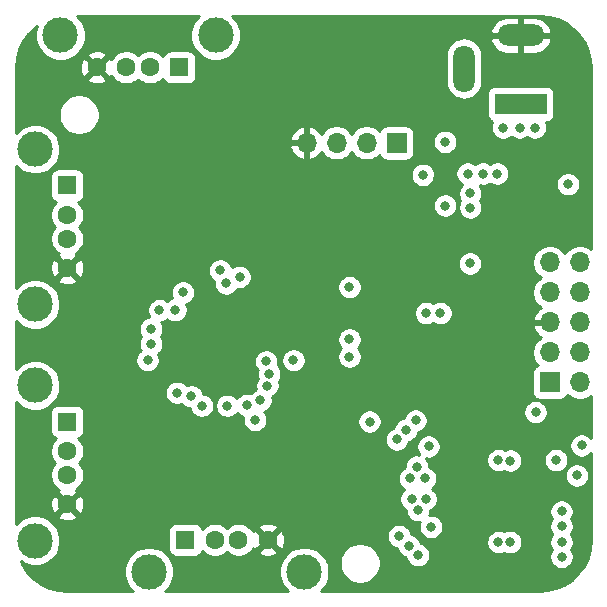
<source format=gbr>
G04 #@! TF.GenerationSoftware,KiCad,Pcbnew,5.1.5+dfsg1-2build2*
G04 #@! TF.CreationDate,2021-06-26T08:25:30+02:00*
G04 #@! TF.ProjectId,usb_switch,7573625f-7377-4697-9463-682e6b696361,rev?*
G04 #@! TF.SameCoordinates,Original*
G04 #@! TF.FileFunction,Copper,L3,Inr*
G04 #@! TF.FilePolarity,Positive*
%FSLAX46Y46*%
G04 Gerber Fmt 4.6, Leading zero omitted, Abs format (unit mm)*
G04 Created by KiCad (PCBNEW 5.1.5+dfsg1-2build2) date 2021-06-26 08:25:30*
%MOMM*%
%LPD*%
G04 APERTURE LIST*
%ADD10C,1.600000*%
%ADD11R,1.600000X1.600000*%
%ADD12C,3.000000*%
%ADD13O,1.700000X1.700000*%
%ADD14R,1.700000X1.700000*%
%ADD15O,1.800000X4.000000*%
%ADD16O,4.000000X1.800000*%
%ADD17R,4.400000X1.800000*%
%ADD18C,0.800000*%
%ADD19C,0.254000*%
G04 APERTURE END LIST*
D10*
X120000000Y-112000000D03*
X120000000Y-109500000D03*
X120000000Y-107500000D03*
D11*
X120000000Y-105000000D03*
D12*
X117290000Y-101930000D03*
X117290000Y-115070000D03*
D10*
X120000000Y-132000000D03*
X120000000Y-129500000D03*
X120000000Y-127500000D03*
D11*
X120000000Y-125000000D03*
D12*
X117290000Y-121930000D03*
X117290000Y-135070000D03*
D10*
X122500000Y-95000000D03*
X125000000Y-95000000D03*
X127000000Y-95000000D03*
D11*
X129500000Y-95000000D03*
D12*
X132570000Y-92290000D03*
X119430000Y-92290000D03*
D10*
X137000000Y-135000000D03*
X134500000Y-135000000D03*
X132500000Y-135000000D03*
D11*
X130000000Y-135000000D03*
D12*
X126930000Y-137710000D03*
X140070000Y-137710000D03*
D13*
X163400000Y-111520000D03*
X160860000Y-111520000D03*
X163400000Y-114060000D03*
X160860000Y-114060000D03*
X163400000Y-116600000D03*
X160860000Y-116600000D03*
X163400000Y-119140000D03*
X160860000Y-119140000D03*
X163400000Y-121680000D03*
D14*
X160860000Y-121680000D03*
D15*
X153600000Y-95100000D03*
D16*
X158400000Y-92300000D03*
D17*
X158400000Y-98100000D03*
D14*
X147880000Y-101400000D03*
D13*
X145340000Y-101400000D03*
X142800000Y-101400000D03*
X140260000Y-101400000D03*
D18*
X121650000Y-121750000D03*
X157500000Y-127000000D03*
X143900000Y-115075000D03*
X143900000Y-116550000D03*
X143900000Y-120975000D03*
X143900000Y-122450000D03*
X143900000Y-123925000D03*
X156500000Y-127000000D03*
X156500000Y-133900000D03*
X157500000Y-133900000D03*
X130100000Y-128050000D03*
X131600000Y-128050000D03*
X133100000Y-128050000D03*
X134600000Y-128050000D03*
X121700000Y-122800000D03*
X121700000Y-103000000D03*
X123000000Y-101700000D03*
X122800000Y-118600000D03*
X122800000Y-117100000D03*
X141700000Y-106100000D03*
X141700000Y-104300000D03*
X151000000Y-108800000D03*
X151000000Y-110000000D03*
X149500000Y-95500000D03*
X150700000Y-97000000D03*
X140600000Y-96200000D03*
X140500000Y-99200000D03*
X126900000Y-133400000D03*
X128100000Y-133400000D03*
X132700000Y-98000000D03*
X131400000Y-99300000D03*
X126700000Y-111050000D03*
X126700000Y-109550000D03*
X126700000Y-112550000D03*
X141450000Y-134600000D03*
X141200000Y-128100000D03*
X141300000Y-130700000D03*
X162800000Y-100200000D03*
X162800000Y-99000000D03*
X156400000Y-105800000D03*
X156400000Y-107000000D03*
X157600000Y-108600000D03*
X131200000Y-117600000D03*
X132200000Y-117600000D03*
X133200000Y-117600000D03*
X131200000Y-118600000D03*
X132200000Y-118600000D03*
X131200000Y-119600000D03*
X126500000Y-115550000D03*
X135700000Y-112200000D03*
X137300000Y-112250000D03*
X136500000Y-112850000D03*
X149200000Y-112400000D03*
X149200000Y-111200000D03*
X150500000Y-117500000D03*
X156500000Y-128250000D03*
X156500000Y-135200000D03*
X150800000Y-133900000D03*
X150600000Y-127100000D03*
X157500000Y-128300000D03*
X157500000Y-135200000D03*
X158300000Y-100100000D03*
X159600000Y-100100000D03*
X156900000Y-100100000D03*
X162400000Y-104900000D03*
X143900000Y-119500000D03*
X143900000Y-118025000D03*
X143900000Y-113600000D03*
X145600000Y-125000000D03*
X152000000Y-101300000D03*
X126800000Y-119800000D03*
X129300000Y-122550000D03*
X135900000Y-124850000D03*
X154100000Y-111600000D03*
X153900000Y-104000000D03*
X156400000Y-104000000D03*
X150100000Y-104100000D03*
X152000000Y-106700000D03*
X155200000Y-104000000D03*
X154125000Y-105675000D03*
X154125000Y-106875000D03*
X129800000Y-114050000D03*
X139150000Y-119800000D03*
X134600000Y-112750000D03*
X149600000Y-128800000D03*
X149000000Y-129800000D03*
X150300000Y-129800000D03*
X147900000Y-126500000D03*
X148700000Y-125700000D03*
X149500000Y-124900000D03*
X148100000Y-134700000D03*
X148900000Y-135500000D03*
X149700000Y-136300000D03*
X149700000Y-132500000D03*
X149150000Y-131550000D03*
X150350000Y-131550000D03*
X159650000Y-124200000D03*
X130500000Y-122850000D03*
X163550000Y-127016666D03*
X131400000Y-123650000D03*
X133550000Y-123650000D03*
X163150000Y-129550000D03*
X135200000Y-123600000D03*
X161400000Y-128250000D03*
X161850000Y-132600000D03*
X136350000Y-123200000D03*
X161850000Y-133850000D03*
X136950000Y-121950000D03*
X137100000Y-120950000D03*
X161850000Y-136450000D03*
X136850000Y-119900000D03*
X161850000Y-135200000D03*
X132950000Y-112200000D03*
X133450000Y-113300000D03*
X150400000Y-115800000D03*
X127800000Y-115550000D03*
X151600000Y-115800000D03*
X129150000Y-115550000D03*
X127100000Y-118400000D03*
X127100000Y-117150000D03*
D19*
G36*
X130911637Y-90929017D02*
G01*
X130677988Y-91278698D01*
X130517047Y-91667244D01*
X130435000Y-92079721D01*
X130435000Y-92500279D01*
X130517047Y-92912756D01*
X130677988Y-93301302D01*
X130911637Y-93650983D01*
X131209017Y-93948363D01*
X131558698Y-94182012D01*
X131947244Y-94342953D01*
X132359721Y-94425000D01*
X132780279Y-94425000D01*
X133192756Y-94342953D01*
X133581302Y-94182012D01*
X133930983Y-93948363D01*
X134228363Y-93650983D01*
X134462012Y-93301302D01*
X134622953Y-92912756D01*
X134705000Y-92500279D01*
X134705000Y-92079721D01*
X134676265Y-91935260D01*
X155808964Y-91935260D01*
X155929622Y-92173000D01*
X158273000Y-92173000D01*
X158273000Y-90765000D01*
X158527000Y-90765000D01*
X158527000Y-92173000D01*
X160870378Y-92173000D01*
X160991036Y-91935260D01*
X160966755Y-91829913D01*
X160846862Y-91552796D01*
X160675210Y-91304394D01*
X160458396Y-91094252D01*
X160204751Y-90930446D01*
X159924023Y-90819271D01*
X159627000Y-90765000D01*
X158527000Y-90765000D01*
X158273000Y-90765000D01*
X157173000Y-90765000D01*
X156875977Y-90819271D01*
X156595249Y-90930446D01*
X156341604Y-91094252D01*
X156124790Y-91304394D01*
X155953138Y-91552796D01*
X155833245Y-91829913D01*
X155808964Y-91935260D01*
X134676265Y-91935260D01*
X134622953Y-91667244D01*
X134462012Y-91278698D01*
X134228363Y-90929017D01*
X133959346Y-90660000D01*
X159970608Y-90660000D01*
X160768083Y-90731173D01*
X161511891Y-90934656D01*
X162207905Y-91266638D01*
X162834130Y-91716626D01*
X163370777Y-92270403D01*
X163800871Y-92910451D01*
X164110829Y-93616553D01*
X164292065Y-94371457D01*
X164340001Y-95024220D01*
X164340001Y-110362094D01*
X164103411Y-110204010D01*
X163833158Y-110092068D01*
X163546260Y-110035000D01*
X163253740Y-110035000D01*
X162966842Y-110092068D01*
X162696589Y-110204010D01*
X162453368Y-110366525D01*
X162246525Y-110573368D01*
X162130000Y-110747760D01*
X162013475Y-110573368D01*
X161806632Y-110366525D01*
X161563411Y-110204010D01*
X161293158Y-110092068D01*
X161006260Y-110035000D01*
X160713740Y-110035000D01*
X160426842Y-110092068D01*
X160156589Y-110204010D01*
X159913368Y-110366525D01*
X159706525Y-110573368D01*
X159544010Y-110816589D01*
X159432068Y-111086842D01*
X159375000Y-111373740D01*
X159375000Y-111666260D01*
X159432068Y-111953158D01*
X159544010Y-112223411D01*
X159706525Y-112466632D01*
X159913368Y-112673475D01*
X160087760Y-112790000D01*
X159913368Y-112906525D01*
X159706525Y-113113368D01*
X159544010Y-113356589D01*
X159432068Y-113626842D01*
X159375000Y-113913740D01*
X159375000Y-114206260D01*
X159432068Y-114493158D01*
X159544010Y-114763411D01*
X159706525Y-115006632D01*
X159913368Y-115213475D01*
X160095534Y-115335195D01*
X159978645Y-115404822D01*
X159762412Y-115599731D01*
X159588359Y-115833080D01*
X159463175Y-116095901D01*
X159418524Y-116243110D01*
X159539845Y-116473000D01*
X160733000Y-116473000D01*
X160733000Y-116453000D01*
X160987000Y-116453000D01*
X160987000Y-116473000D01*
X161007000Y-116473000D01*
X161007000Y-116727000D01*
X160987000Y-116727000D01*
X160987000Y-116747000D01*
X160733000Y-116747000D01*
X160733000Y-116727000D01*
X159539845Y-116727000D01*
X159418524Y-116956890D01*
X159463175Y-117104099D01*
X159588359Y-117366920D01*
X159762412Y-117600269D01*
X159978645Y-117795178D01*
X160095534Y-117864805D01*
X159913368Y-117986525D01*
X159706525Y-118193368D01*
X159544010Y-118436589D01*
X159432068Y-118706842D01*
X159375000Y-118993740D01*
X159375000Y-119286260D01*
X159432068Y-119573158D01*
X159544010Y-119843411D01*
X159706525Y-120086632D01*
X159838380Y-120218487D01*
X159765820Y-120240498D01*
X159655506Y-120299463D01*
X159558815Y-120378815D01*
X159479463Y-120475506D01*
X159420498Y-120585820D01*
X159384188Y-120705518D01*
X159371928Y-120830000D01*
X159371928Y-122530000D01*
X159384188Y-122654482D01*
X159420498Y-122774180D01*
X159479463Y-122884494D01*
X159558815Y-122981185D01*
X159655506Y-123060537D01*
X159765820Y-123119502D01*
X159885518Y-123155812D01*
X160010000Y-123168072D01*
X161710000Y-123168072D01*
X161834482Y-123155812D01*
X161954180Y-123119502D01*
X162064494Y-123060537D01*
X162161185Y-122981185D01*
X162240537Y-122884494D01*
X162299502Y-122774180D01*
X162321513Y-122701620D01*
X162453368Y-122833475D01*
X162696589Y-122995990D01*
X162966842Y-123107932D01*
X163253740Y-123165000D01*
X163546260Y-123165000D01*
X163833158Y-123107932D01*
X164103411Y-122995990D01*
X164340000Y-122837906D01*
X164340000Y-126342955D01*
X164209774Y-126212729D01*
X164040256Y-126099461D01*
X163851898Y-126021440D01*
X163651939Y-125981666D01*
X163448061Y-125981666D01*
X163248102Y-126021440D01*
X163059744Y-126099461D01*
X162890226Y-126212729D01*
X162746063Y-126356892D01*
X162632795Y-126526410D01*
X162554774Y-126714768D01*
X162515000Y-126914727D01*
X162515000Y-127118605D01*
X162554774Y-127318564D01*
X162632795Y-127506922D01*
X162746063Y-127676440D01*
X162890226Y-127820603D01*
X163059744Y-127933871D01*
X163248102Y-128011892D01*
X163448061Y-128051666D01*
X163651939Y-128051666D01*
X163851898Y-128011892D01*
X164040256Y-127933871D01*
X164209774Y-127820603D01*
X164340000Y-127690377D01*
X164340000Y-134970608D01*
X164268827Y-135768083D01*
X164065344Y-136511890D01*
X163733363Y-137207904D01*
X163283374Y-137834130D01*
X162729597Y-138370777D01*
X162089549Y-138800871D01*
X161383447Y-139110829D01*
X160628543Y-139292065D01*
X159975793Y-139340000D01*
X141459346Y-139340000D01*
X141728363Y-139070983D01*
X141962012Y-138721302D01*
X142122953Y-138332756D01*
X142205000Y-137920279D01*
X142205000Y-137499721D01*
X142122953Y-137087244D01*
X142016034Y-136829117D01*
X143065000Y-136829117D01*
X143065000Y-137170883D01*
X143131675Y-137506081D01*
X143262463Y-137821831D01*
X143452337Y-138105998D01*
X143694002Y-138347663D01*
X143978169Y-138537537D01*
X144293919Y-138668325D01*
X144629117Y-138735000D01*
X144970883Y-138735000D01*
X145306081Y-138668325D01*
X145621831Y-138537537D01*
X145905998Y-138347663D01*
X146147663Y-138105998D01*
X146337537Y-137821831D01*
X146468325Y-137506081D01*
X146535000Y-137170883D01*
X146535000Y-136829117D01*
X146468325Y-136493919D01*
X146337537Y-136178169D01*
X146147663Y-135894002D01*
X145905998Y-135652337D01*
X145621831Y-135462463D01*
X145306081Y-135331675D01*
X144970883Y-135265000D01*
X144629117Y-135265000D01*
X144293919Y-135331675D01*
X143978169Y-135462463D01*
X143694002Y-135652337D01*
X143452337Y-135894002D01*
X143262463Y-136178169D01*
X143131675Y-136493919D01*
X143065000Y-136829117D01*
X142016034Y-136829117D01*
X141962012Y-136698698D01*
X141728363Y-136349017D01*
X141430983Y-136051637D01*
X141081302Y-135817988D01*
X140692756Y-135657047D01*
X140280279Y-135575000D01*
X139859721Y-135575000D01*
X139447244Y-135657047D01*
X139058698Y-135817988D01*
X138709017Y-136051637D01*
X138411637Y-136349017D01*
X138177988Y-136698698D01*
X138017047Y-137087244D01*
X137935000Y-137499721D01*
X137935000Y-137920279D01*
X138017047Y-138332756D01*
X138177988Y-138721302D01*
X138411637Y-139070983D01*
X138680654Y-139340000D01*
X128319346Y-139340000D01*
X128588363Y-139070983D01*
X128822012Y-138721302D01*
X128982953Y-138332756D01*
X129065000Y-137920279D01*
X129065000Y-137499721D01*
X128982953Y-137087244D01*
X128822012Y-136698698D01*
X128588363Y-136349017D01*
X128290983Y-136051637D01*
X127941302Y-135817988D01*
X127552756Y-135657047D01*
X127140279Y-135575000D01*
X126719721Y-135575000D01*
X126307244Y-135657047D01*
X125918698Y-135817988D01*
X125569017Y-136051637D01*
X125271637Y-136349017D01*
X125037988Y-136698698D01*
X124877047Y-137087244D01*
X124795000Y-137499721D01*
X124795000Y-137920279D01*
X124877047Y-138332756D01*
X125037988Y-138721302D01*
X125271637Y-139070983D01*
X125540654Y-139340000D01*
X120029392Y-139340000D01*
X119231917Y-139268827D01*
X118488110Y-139065344D01*
X117792096Y-138733363D01*
X117165870Y-138283374D01*
X116629223Y-137729597D01*
X116199129Y-137089549D01*
X116086883Y-136833845D01*
X116278698Y-136962012D01*
X116667244Y-137122953D01*
X117079721Y-137205000D01*
X117500279Y-137205000D01*
X117912756Y-137122953D01*
X118301302Y-136962012D01*
X118650983Y-136728363D01*
X118948363Y-136430983D01*
X119182012Y-136081302D01*
X119342953Y-135692756D01*
X119425000Y-135280279D01*
X119425000Y-134859721D01*
X119342953Y-134447244D01*
X119240542Y-134200000D01*
X128561928Y-134200000D01*
X128561928Y-135800000D01*
X128574188Y-135924482D01*
X128610498Y-136044180D01*
X128669463Y-136154494D01*
X128748815Y-136251185D01*
X128845506Y-136330537D01*
X128955820Y-136389502D01*
X129075518Y-136425812D01*
X129200000Y-136438072D01*
X130800000Y-136438072D01*
X130924482Y-136425812D01*
X131044180Y-136389502D01*
X131154494Y-136330537D01*
X131251185Y-136251185D01*
X131330537Y-136154494D01*
X131389502Y-136044180D01*
X131418661Y-135948057D01*
X131585241Y-136114637D01*
X131820273Y-136271680D01*
X132081426Y-136379853D01*
X132358665Y-136435000D01*
X132641335Y-136435000D01*
X132918574Y-136379853D01*
X133179727Y-136271680D01*
X133414759Y-136114637D01*
X133500000Y-136029396D01*
X133585241Y-136114637D01*
X133820273Y-136271680D01*
X134081426Y-136379853D01*
X134358665Y-136435000D01*
X134641335Y-136435000D01*
X134918574Y-136379853D01*
X135179727Y-136271680D01*
X135414759Y-136114637D01*
X135536694Y-135992702D01*
X136186903Y-135992702D01*
X136258486Y-136236671D01*
X136513996Y-136357571D01*
X136788184Y-136426300D01*
X137070512Y-136440217D01*
X137350130Y-136398787D01*
X137616292Y-136303603D01*
X137741514Y-136236671D01*
X137813097Y-135992702D01*
X137000000Y-135179605D01*
X136186903Y-135992702D01*
X135536694Y-135992702D01*
X135614637Y-135914759D01*
X135748692Y-135714131D01*
X135763329Y-135741514D01*
X136007298Y-135813097D01*
X136820395Y-135000000D01*
X137179605Y-135000000D01*
X137992702Y-135813097D01*
X138236671Y-135741514D01*
X138357571Y-135486004D01*
X138426300Y-135211816D01*
X138440217Y-134929488D01*
X138398787Y-134649870D01*
X138380260Y-134598061D01*
X147065000Y-134598061D01*
X147065000Y-134801939D01*
X147104774Y-135001898D01*
X147182795Y-135190256D01*
X147296063Y-135359774D01*
X147440226Y-135503937D01*
X147609744Y-135617205D01*
X147798102Y-135695226D01*
X147887076Y-135712924D01*
X147904774Y-135801898D01*
X147982795Y-135990256D01*
X148096063Y-136159774D01*
X148240226Y-136303937D01*
X148409744Y-136417205D01*
X148598102Y-136495226D01*
X148687076Y-136512924D01*
X148704774Y-136601898D01*
X148782795Y-136790256D01*
X148896063Y-136959774D01*
X149040226Y-137103937D01*
X149209744Y-137217205D01*
X149398102Y-137295226D01*
X149598061Y-137335000D01*
X149801939Y-137335000D01*
X150001898Y-137295226D01*
X150190256Y-137217205D01*
X150359774Y-137103937D01*
X150503937Y-136959774D01*
X150617205Y-136790256D01*
X150695226Y-136601898D01*
X150735000Y-136401939D01*
X150735000Y-136198061D01*
X150695226Y-135998102D01*
X150617205Y-135809744D01*
X150503937Y-135640226D01*
X150359774Y-135496063D01*
X150190256Y-135382795D01*
X150001898Y-135304774D01*
X149912924Y-135287076D01*
X149895226Y-135198102D01*
X149853788Y-135098061D01*
X155465000Y-135098061D01*
X155465000Y-135301939D01*
X155504774Y-135501898D01*
X155582795Y-135690256D01*
X155696063Y-135859774D01*
X155840226Y-136003937D01*
X156009744Y-136117205D01*
X156198102Y-136195226D01*
X156398061Y-136235000D01*
X156601939Y-136235000D01*
X156801898Y-136195226D01*
X156990256Y-136117205D01*
X157000000Y-136110694D01*
X157009744Y-136117205D01*
X157198102Y-136195226D01*
X157398061Y-136235000D01*
X157601939Y-136235000D01*
X157801898Y-136195226D01*
X157990256Y-136117205D01*
X158159774Y-136003937D01*
X158303937Y-135859774D01*
X158417205Y-135690256D01*
X158495226Y-135501898D01*
X158535000Y-135301939D01*
X158535000Y-135098061D01*
X158495226Y-134898102D01*
X158417205Y-134709744D01*
X158303937Y-134540226D01*
X158159774Y-134396063D01*
X157990256Y-134282795D01*
X157801898Y-134204774D01*
X157601939Y-134165000D01*
X157398061Y-134165000D01*
X157198102Y-134204774D01*
X157009744Y-134282795D01*
X157000000Y-134289306D01*
X156990256Y-134282795D01*
X156801898Y-134204774D01*
X156601939Y-134165000D01*
X156398061Y-134165000D01*
X156198102Y-134204774D01*
X156009744Y-134282795D01*
X155840226Y-134396063D01*
X155696063Y-134540226D01*
X155582795Y-134709744D01*
X155504774Y-134898102D01*
X155465000Y-135098061D01*
X149853788Y-135098061D01*
X149817205Y-135009744D01*
X149703937Y-134840226D01*
X149559774Y-134696063D01*
X149390256Y-134582795D01*
X149201898Y-134504774D01*
X149112924Y-134487076D01*
X149095226Y-134398102D01*
X149017205Y-134209744D01*
X148903937Y-134040226D01*
X148759774Y-133896063D01*
X148590256Y-133782795D01*
X148401898Y-133704774D01*
X148201939Y-133665000D01*
X147998061Y-133665000D01*
X147798102Y-133704774D01*
X147609744Y-133782795D01*
X147440226Y-133896063D01*
X147296063Y-134040226D01*
X147182795Y-134209744D01*
X147104774Y-134398102D01*
X147065000Y-134598061D01*
X138380260Y-134598061D01*
X138303603Y-134383708D01*
X138236671Y-134258486D01*
X137992702Y-134186903D01*
X137179605Y-135000000D01*
X136820395Y-135000000D01*
X136007298Y-134186903D01*
X135763329Y-134258486D01*
X135749676Y-134287341D01*
X135614637Y-134085241D01*
X135536694Y-134007298D01*
X136186903Y-134007298D01*
X137000000Y-134820395D01*
X137813097Y-134007298D01*
X137741514Y-133763329D01*
X137486004Y-133642429D01*
X137211816Y-133573700D01*
X136929488Y-133559783D01*
X136649870Y-133601213D01*
X136383708Y-133696397D01*
X136258486Y-133763329D01*
X136186903Y-134007298D01*
X135536694Y-134007298D01*
X135414759Y-133885363D01*
X135179727Y-133728320D01*
X134918574Y-133620147D01*
X134641335Y-133565000D01*
X134358665Y-133565000D01*
X134081426Y-133620147D01*
X133820273Y-133728320D01*
X133585241Y-133885363D01*
X133500000Y-133970604D01*
X133414759Y-133885363D01*
X133179727Y-133728320D01*
X132918574Y-133620147D01*
X132641335Y-133565000D01*
X132358665Y-133565000D01*
X132081426Y-133620147D01*
X131820273Y-133728320D01*
X131585241Y-133885363D01*
X131418661Y-134051943D01*
X131389502Y-133955820D01*
X131330537Y-133845506D01*
X131251185Y-133748815D01*
X131154494Y-133669463D01*
X131044180Y-133610498D01*
X130924482Y-133574188D01*
X130800000Y-133561928D01*
X129200000Y-133561928D01*
X129075518Y-133574188D01*
X128955820Y-133610498D01*
X128845506Y-133669463D01*
X128748815Y-133748815D01*
X128669463Y-133845506D01*
X128610498Y-133955820D01*
X128574188Y-134075518D01*
X128561928Y-134200000D01*
X119240542Y-134200000D01*
X119182012Y-134058698D01*
X118948363Y-133709017D01*
X118650983Y-133411637D01*
X118301302Y-133177988D01*
X117912756Y-133017047D01*
X117790366Y-132992702D01*
X119186903Y-132992702D01*
X119258486Y-133236671D01*
X119513996Y-133357571D01*
X119788184Y-133426300D01*
X120070512Y-133440217D01*
X120350130Y-133398787D01*
X120616292Y-133303603D01*
X120741514Y-133236671D01*
X120813097Y-132992702D01*
X120000000Y-132179605D01*
X119186903Y-132992702D01*
X117790366Y-132992702D01*
X117500279Y-132935000D01*
X117079721Y-132935000D01*
X116667244Y-133017047D01*
X116278698Y-133177988D01*
X115929017Y-133411637D01*
X115660000Y-133680654D01*
X115660000Y-132070512D01*
X118559783Y-132070512D01*
X118601213Y-132350130D01*
X118696397Y-132616292D01*
X118763329Y-132741514D01*
X119007298Y-132813097D01*
X119820395Y-132000000D01*
X120179605Y-132000000D01*
X120992702Y-132813097D01*
X121236671Y-132741514D01*
X121357571Y-132486004D01*
X121426300Y-132211816D01*
X121440217Y-131929488D01*
X121398787Y-131649870D01*
X121303603Y-131383708D01*
X121236671Y-131258486D01*
X120992702Y-131186903D01*
X120179605Y-132000000D01*
X119820395Y-132000000D01*
X119007298Y-131186903D01*
X118763329Y-131258486D01*
X118642429Y-131513996D01*
X118573700Y-131788184D01*
X118559783Y-132070512D01*
X115660000Y-132070512D01*
X115660000Y-124200000D01*
X118561928Y-124200000D01*
X118561928Y-125800000D01*
X118574188Y-125924482D01*
X118610498Y-126044180D01*
X118669463Y-126154494D01*
X118748815Y-126251185D01*
X118845506Y-126330537D01*
X118955820Y-126389502D01*
X119051943Y-126418661D01*
X118885363Y-126585241D01*
X118728320Y-126820273D01*
X118620147Y-127081426D01*
X118565000Y-127358665D01*
X118565000Y-127641335D01*
X118620147Y-127918574D01*
X118728320Y-128179727D01*
X118885363Y-128414759D01*
X118970604Y-128500000D01*
X118885363Y-128585241D01*
X118728320Y-128820273D01*
X118620147Y-129081426D01*
X118565000Y-129358665D01*
X118565000Y-129641335D01*
X118620147Y-129918574D01*
X118728320Y-130179727D01*
X118885363Y-130414759D01*
X119085241Y-130614637D01*
X119285869Y-130748692D01*
X119258486Y-130763329D01*
X119186903Y-131007298D01*
X120000000Y-131820395D01*
X120813097Y-131007298D01*
X120741514Y-130763329D01*
X120712659Y-130749676D01*
X120914759Y-130614637D01*
X121114637Y-130414759D01*
X121271680Y-130179727D01*
X121379853Y-129918574D01*
X121423716Y-129698061D01*
X147965000Y-129698061D01*
X147965000Y-129901939D01*
X148004774Y-130101898D01*
X148082795Y-130290256D01*
X148196063Y-130459774D01*
X148340226Y-130603937D01*
X148509744Y-130717205D01*
X148524357Y-130723258D01*
X148490226Y-130746063D01*
X148346063Y-130890226D01*
X148232795Y-131059744D01*
X148154774Y-131248102D01*
X148115000Y-131448061D01*
X148115000Y-131651939D01*
X148154774Y-131851898D01*
X148232795Y-132040256D01*
X148346063Y-132209774D01*
X148490226Y-132353937D01*
X148659744Y-132467205D01*
X148665000Y-132469382D01*
X148665000Y-132601939D01*
X148704774Y-132801898D01*
X148782795Y-132990256D01*
X148896063Y-133159774D01*
X149040226Y-133303937D01*
X149209744Y-133417205D01*
X149398102Y-133495226D01*
X149598061Y-133535000D01*
X149801939Y-133535000D01*
X149833513Y-133528720D01*
X149804774Y-133598102D01*
X149765000Y-133798061D01*
X149765000Y-134001939D01*
X149804774Y-134201898D01*
X149882795Y-134390256D01*
X149996063Y-134559774D01*
X150140226Y-134703937D01*
X150309744Y-134817205D01*
X150498102Y-134895226D01*
X150698061Y-134935000D01*
X150901939Y-134935000D01*
X151101898Y-134895226D01*
X151290256Y-134817205D01*
X151459774Y-134703937D01*
X151603937Y-134559774D01*
X151717205Y-134390256D01*
X151795226Y-134201898D01*
X151835000Y-134001939D01*
X151835000Y-133798061D01*
X151795226Y-133598102D01*
X151717205Y-133409744D01*
X151603937Y-133240226D01*
X151459774Y-133096063D01*
X151290256Y-132982795D01*
X151101898Y-132904774D01*
X150901939Y-132865000D01*
X150698061Y-132865000D01*
X150666487Y-132871280D01*
X150695226Y-132801898D01*
X150735000Y-132601939D01*
X150735000Y-132510804D01*
X150765763Y-132498061D01*
X160815000Y-132498061D01*
X160815000Y-132701939D01*
X160854774Y-132901898D01*
X160932795Y-133090256D01*
X161022828Y-133225000D01*
X160932795Y-133359744D01*
X160854774Y-133548102D01*
X160815000Y-133748061D01*
X160815000Y-133951939D01*
X160854774Y-134151898D01*
X160932795Y-134340256D01*
X161046063Y-134509774D01*
X161061289Y-134525000D01*
X161046063Y-134540226D01*
X160932795Y-134709744D01*
X160854774Y-134898102D01*
X160815000Y-135098061D01*
X160815000Y-135301939D01*
X160854774Y-135501898D01*
X160932795Y-135690256D01*
X161022828Y-135825000D01*
X160932795Y-135959744D01*
X160854774Y-136148102D01*
X160815000Y-136348061D01*
X160815000Y-136551939D01*
X160854774Y-136751898D01*
X160932795Y-136940256D01*
X161046063Y-137109774D01*
X161190226Y-137253937D01*
X161359744Y-137367205D01*
X161548102Y-137445226D01*
X161748061Y-137485000D01*
X161951939Y-137485000D01*
X162151898Y-137445226D01*
X162340256Y-137367205D01*
X162509774Y-137253937D01*
X162653937Y-137109774D01*
X162767205Y-136940256D01*
X162845226Y-136751898D01*
X162885000Y-136551939D01*
X162885000Y-136348061D01*
X162845226Y-136148102D01*
X162767205Y-135959744D01*
X162677172Y-135825000D01*
X162767205Y-135690256D01*
X162845226Y-135501898D01*
X162885000Y-135301939D01*
X162885000Y-135098061D01*
X162845226Y-134898102D01*
X162767205Y-134709744D01*
X162653937Y-134540226D01*
X162638711Y-134525000D01*
X162653937Y-134509774D01*
X162767205Y-134340256D01*
X162845226Y-134151898D01*
X162885000Y-133951939D01*
X162885000Y-133748061D01*
X162845226Y-133548102D01*
X162767205Y-133359744D01*
X162677172Y-133225000D01*
X162767205Y-133090256D01*
X162845226Y-132901898D01*
X162885000Y-132701939D01*
X162885000Y-132498061D01*
X162845226Y-132298102D01*
X162767205Y-132109744D01*
X162653937Y-131940226D01*
X162509774Y-131796063D01*
X162340256Y-131682795D01*
X162151898Y-131604774D01*
X161951939Y-131565000D01*
X161748061Y-131565000D01*
X161548102Y-131604774D01*
X161359744Y-131682795D01*
X161190226Y-131796063D01*
X161046063Y-131940226D01*
X160932795Y-132109744D01*
X160854774Y-132298102D01*
X160815000Y-132498061D01*
X150765763Y-132498061D01*
X150840256Y-132467205D01*
X151009774Y-132353937D01*
X151153937Y-132209774D01*
X151267205Y-132040256D01*
X151345226Y-131851898D01*
X151385000Y-131651939D01*
X151385000Y-131448061D01*
X151345226Y-131248102D01*
X151267205Y-131059744D01*
X151153937Y-130890226D01*
X151009774Y-130746063D01*
X150878420Y-130658296D01*
X150959774Y-130603937D01*
X151103937Y-130459774D01*
X151217205Y-130290256D01*
X151295226Y-130101898D01*
X151335000Y-129901939D01*
X151335000Y-129698061D01*
X151295226Y-129498102D01*
X151274499Y-129448061D01*
X162115000Y-129448061D01*
X162115000Y-129651939D01*
X162154774Y-129851898D01*
X162232795Y-130040256D01*
X162346063Y-130209774D01*
X162490226Y-130353937D01*
X162659744Y-130467205D01*
X162848102Y-130545226D01*
X163048061Y-130585000D01*
X163251939Y-130585000D01*
X163451898Y-130545226D01*
X163640256Y-130467205D01*
X163809774Y-130353937D01*
X163953937Y-130209774D01*
X164067205Y-130040256D01*
X164145226Y-129851898D01*
X164185000Y-129651939D01*
X164185000Y-129448061D01*
X164145226Y-129248102D01*
X164067205Y-129059744D01*
X163953937Y-128890226D01*
X163809774Y-128746063D01*
X163640256Y-128632795D01*
X163451898Y-128554774D01*
X163251939Y-128515000D01*
X163048061Y-128515000D01*
X162848102Y-128554774D01*
X162659744Y-128632795D01*
X162490226Y-128746063D01*
X162346063Y-128890226D01*
X162232795Y-129059744D01*
X162154774Y-129248102D01*
X162115000Y-129448061D01*
X151274499Y-129448061D01*
X151217205Y-129309744D01*
X151103937Y-129140226D01*
X150959774Y-128996063D01*
X150790256Y-128882795D01*
X150635000Y-128818485D01*
X150635000Y-128698061D01*
X150595226Y-128498102D01*
X150517205Y-128309744D01*
X150409173Y-128148061D01*
X155465000Y-128148061D01*
X155465000Y-128351939D01*
X155504774Y-128551898D01*
X155582795Y-128740256D01*
X155696063Y-128909774D01*
X155840226Y-129053937D01*
X156009744Y-129167205D01*
X156198102Y-129245226D01*
X156398061Y-129285000D01*
X156601939Y-129285000D01*
X156801898Y-129245226D01*
X156956092Y-129181356D01*
X157009744Y-129217205D01*
X157198102Y-129295226D01*
X157398061Y-129335000D01*
X157601939Y-129335000D01*
X157801898Y-129295226D01*
X157990256Y-129217205D01*
X158159774Y-129103937D01*
X158303937Y-128959774D01*
X158417205Y-128790256D01*
X158495226Y-128601898D01*
X158535000Y-128401939D01*
X158535000Y-128198061D01*
X158525055Y-128148061D01*
X160365000Y-128148061D01*
X160365000Y-128351939D01*
X160404774Y-128551898D01*
X160482795Y-128740256D01*
X160596063Y-128909774D01*
X160740226Y-129053937D01*
X160909744Y-129167205D01*
X161098102Y-129245226D01*
X161298061Y-129285000D01*
X161501939Y-129285000D01*
X161701898Y-129245226D01*
X161890256Y-129167205D01*
X162059774Y-129053937D01*
X162203937Y-128909774D01*
X162317205Y-128740256D01*
X162395226Y-128551898D01*
X162435000Y-128351939D01*
X162435000Y-128148061D01*
X162395226Y-127948102D01*
X162317205Y-127759744D01*
X162203937Y-127590226D01*
X162059774Y-127446063D01*
X161890256Y-127332795D01*
X161701898Y-127254774D01*
X161501939Y-127215000D01*
X161298061Y-127215000D01*
X161098102Y-127254774D01*
X160909744Y-127332795D01*
X160740226Y-127446063D01*
X160596063Y-127590226D01*
X160482795Y-127759744D01*
X160404774Y-127948102D01*
X160365000Y-128148061D01*
X158525055Y-128148061D01*
X158495226Y-127998102D01*
X158417205Y-127809744D01*
X158303937Y-127640226D01*
X158159774Y-127496063D01*
X157990256Y-127382795D01*
X157801898Y-127304774D01*
X157601939Y-127265000D01*
X157398061Y-127265000D01*
X157198102Y-127304774D01*
X157043908Y-127368644D01*
X156990256Y-127332795D01*
X156801898Y-127254774D01*
X156601939Y-127215000D01*
X156398061Y-127215000D01*
X156198102Y-127254774D01*
X156009744Y-127332795D01*
X155840226Y-127446063D01*
X155696063Y-127590226D01*
X155582795Y-127759744D01*
X155504774Y-127948102D01*
X155465000Y-128148061D01*
X150409173Y-128148061D01*
X150403937Y-128140226D01*
X150374042Y-128110331D01*
X150498061Y-128135000D01*
X150701939Y-128135000D01*
X150901898Y-128095226D01*
X151090256Y-128017205D01*
X151259774Y-127903937D01*
X151403937Y-127759774D01*
X151517205Y-127590256D01*
X151595226Y-127401898D01*
X151635000Y-127201939D01*
X151635000Y-126998061D01*
X151595226Y-126798102D01*
X151517205Y-126609744D01*
X151403937Y-126440226D01*
X151259774Y-126296063D01*
X151090256Y-126182795D01*
X150901898Y-126104774D01*
X150701939Y-126065000D01*
X150498061Y-126065000D01*
X150298102Y-126104774D01*
X150109744Y-126182795D01*
X149940226Y-126296063D01*
X149796063Y-126440226D01*
X149682795Y-126609744D01*
X149604774Y-126798102D01*
X149565000Y-126998061D01*
X149565000Y-127201939D01*
X149604774Y-127401898D01*
X149682795Y-127590256D01*
X149796063Y-127759774D01*
X149825958Y-127789669D01*
X149701939Y-127765000D01*
X149498061Y-127765000D01*
X149298102Y-127804774D01*
X149109744Y-127882795D01*
X148940226Y-127996063D01*
X148796063Y-128140226D01*
X148682795Y-128309744D01*
X148604774Y-128498102D01*
X148565000Y-128698061D01*
X148565000Y-128859907D01*
X148509744Y-128882795D01*
X148340226Y-128996063D01*
X148196063Y-129140226D01*
X148082795Y-129309744D01*
X148004774Y-129498102D01*
X147965000Y-129698061D01*
X121423716Y-129698061D01*
X121435000Y-129641335D01*
X121435000Y-129358665D01*
X121379853Y-129081426D01*
X121271680Y-128820273D01*
X121114637Y-128585241D01*
X121029396Y-128500000D01*
X121114637Y-128414759D01*
X121271680Y-128179727D01*
X121379853Y-127918574D01*
X121435000Y-127641335D01*
X121435000Y-127358665D01*
X121379853Y-127081426D01*
X121271680Y-126820273D01*
X121114637Y-126585241D01*
X120948057Y-126418661D01*
X121015965Y-126398061D01*
X146865000Y-126398061D01*
X146865000Y-126601939D01*
X146904774Y-126801898D01*
X146982795Y-126990256D01*
X147096063Y-127159774D01*
X147240226Y-127303937D01*
X147409744Y-127417205D01*
X147598102Y-127495226D01*
X147798061Y-127535000D01*
X148001939Y-127535000D01*
X148201898Y-127495226D01*
X148390256Y-127417205D01*
X148559774Y-127303937D01*
X148703937Y-127159774D01*
X148817205Y-126990256D01*
X148895226Y-126801898D01*
X148912924Y-126712924D01*
X149001898Y-126695226D01*
X149190256Y-126617205D01*
X149359774Y-126503937D01*
X149503937Y-126359774D01*
X149617205Y-126190256D01*
X149695226Y-126001898D01*
X149712924Y-125912924D01*
X149801898Y-125895226D01*
X149990256Y-125817205D01*
X150159774Y-125703937D01*
X150303937Y-125559774D01*
X150417205Y-125390256D01*
X150495226Y-125201898D01*
X150535000Y-125001939D01*
X150535000Y-124798061D01*
X150495226Y-124598102D01*
X150417205Y-124409744D01*
X150303937Y-124240226D01*
X150161772Y-124098061D01*
X158615000Y-124098061D01*
X158615000Y-124301939D01*
X158654774Y-124501898D01*
X158732795Y-124690256D01*
X158846063Y-124859774D01*
X158990226Y-125003937D01*
X159159744Y-125117205D01*
X159348102Y-125195226D01*
X159548061Y-125235000D01*
X159751939Y-125235000D01*
X159951898Y-125195226D01*
X160140256Y-125117205D01*
X160309774Y-125003937D01*
X160453937Y-124859774D01*
X160567205Y-124690256D01*
X160645226Y-124501898D01*
X160685000Y-124301939D01*
X160685000Y-124098061D01*
X160645226Y-123898102D01*
X160567205Y-123709744D01*
X160453937Y-123540226D01*
X160309774Y-123396063D01*
X160140256Y-123282795D01*
X159951898Y-123204774D01*
X159751939Y-123165000D01*
X159548061Y-123165000D01*
X159348102Y-123204774D01*
X159159744Y-123282795D01*
X158990226Y-123396063D01*
X158846063Y-123540226D01*
X158732795Y-123709744D01*
X158654774Y-123898102D01*
X158615000Y-124098061D01*
X150161772Y-124098061D01*
X150159774Y-124096063D01*
X149990256Y-123982795D01*
X149801898Y-123904774D01*
X149601939Y-123865000D01*
X149398061Y-123865000D01*
X149198102Y-123904774D01*
X149009744Y-123982795D01*
X148840226Y-124096063D01*
X148696063Y-124240226D01*
X148582795Y-124409744D01*
X148504774Y-124598102D01*
X148487076Y-124687076D01*
X148398102Y-124704774D01*
X148209744Y-124782795D01*
X148040226Y-124896063D01*
X147896063Y-125040226D01*
X147782795Y-125209744D01*
X147704774Y-125398102D01*
X147687076Y-125487076D01*
X147598102Y-125504774D01*
X147409744Y-125582795D01*
X147240226Y-125696063D01*
X147096063Y-125840226D01*
X146982795Y-126009744D01*
X146904774Y-126198102D01*
X146865000Y-126398061D01*
X121015965Y-126398061D01*
X121044180Y-126389502D01*
X121154494Y-126330537D01*
X121251185Y-126251185D01*
X121330537Y-126154494D01*
X121389502Y-126044180D01*
X121425812Y-125924482D01*
X121438072Y-125800000D01*
X121438072Y-124200000D01*
X121425812Y-124075518D01*
X121389502Y-123955820D01*
X121330537Y-123845506D01*
X121251185Y-123748815D01*
X121154494Y-123669463D01*
X121044180Y-123610498D01*
X120924482Y-123574188D01*
X120800000Y-123561928D01*
X119200000Y-123561928D01*
X119075518Y-123574188D01*
X118955820Y-123610498D01*
X118845506Y-123669463D01*
X118748815Y-123748815D01*
X118669463Y-123845506D01*
X118610498Y-123955820D01*
X118574188Y-124075518D01*
X118561928Y-124200000D01*
X115660000Y-124200000D01*
X115660000Y-123319346D01*
X115929017Y-123588363D01*
X116278698Y-123822012D01*
X116667244Y-123982953D01*
X117079721Y-124065000D01*
X117500279Y-124065000D01*
X117912756Y-123982953D01*
X118301302Y-123822012D01*
X118650983Y-123588363D01*
X118948363Y-123290983D01*
X119182012Y-122941302D01*
X119342953Y-122552756D01*
X119363778Y-122448061D01*
X128265000Y-122448061D01*
X128265000Y-122651939D01*
X128304774Y-122851898D01*
X128382795Y-123040256D01*
X128496063Y-123209774D01*
X128640226Y-123353937D01*
X128809744Y-123467205D01*
X128998102Y-123545226D01*
X129198061Y-123585000D01*
X129401939Y-123585000D01*
X129601898Y-123545226D01*
X129694204Y-123506991D01*
X129696063Y-123509774D01*
X129840226Y-123653937D01*
X130009744Y-123767205D01*
X130198102Y-123845226D01*
X130391196Y-123883634D01*
X130404774Y-123951898D01*
X130482795Y-124140256D01*
X130596063Y-124309774D01*
X130740226Y-124453937D01*
X130909744Y-124567205D01*
X131098102Y-124645226D01*
X131298061Y-124685000D01*
X131501939Y-124685000D01*
X131701898Y-124645226D01*
X131890256Y-124567205D01*
X132059774Y-124453937D01*
X132203937Y-124309774D01*
X132317205Y-124140256D01*
X132395226Y-123951898D01*
X132435000Y-123751939D01*
X132435000Y-123548061D01*
X132515000Y-123548061D01*
X132515000Y-123751939D01*
X132554774Y-123951898D01*
X132632795Y-124140256D01*
X132746063Y-124309774D01*
X132890226Y-124453937D01*
X133059744Y-124567205D01*
X133248102Y-124645226D01*
X133448061Y-124685000D01*
X133651939Y-124685000D01*
X133851898Y-124645226D01*
X134040256Y-124567205D01*
X134209774Y-124453937D01*
X134353937Y-124309774D01*
X134391704Y-124253251D01*
X134396063Y-124259774D01*
X134540226Y-124403937D01*
X134709744Y-124517205D01*
X134895606Y-124594192D01*
X134865000Y-124748061D01*
X134865000Y-124951939D01*
X134904774Y-125151898D01*
X134982795Y-125340256D01*
X135096063Y-125509774D01*
X135240226Y-125653937D01*
X135409744Y-125767205D01*
X135598102Y-125845226D01*
X135798061Y-125885000D01*
X136001939Y-125885000D01*
X136201898Y-125845226D01*
X136390256Y-125767205D01*
X136559774Y-125653937D01*
X136703937Y-125509774D01*
X136817205Y-125340256D01*
X136895226Y-125151898D01*
X136935000Y-124951939D01*
X136935000Y-124898061D01*
X144565000Y-124898061D01*
X144565000Y-125101939D01*
X144604774Y-125301898D01*
X144682795Y-125490256D01*
X144796063Y-125659774D01*
X144940226Y-125803937D01*
X145109744Y-125917205D01*
X145298102Y-125995226D01*
X145498061Y-126035000D01*
X145701939Y-126035000D01*
X145901898Y-125995226D01*
X146090256Y-125917205D01*
X146259774Y-125803937D01*
X146403937Y-125659774D01*
X146517205Y-125490256D01*
X146595226Y-125301898D01*
X146635000Y-125101939D01*
X146635000Y-124898061D01*
X146595226Y-124698102D01*
X146517205Y-124509744D01*
X146403937Y-124340226D01*
X146259774Y-124196063D01*
X146090256Y-124082795D01*
X145901898Y-124004774D01*
X145701939Y-123965000D01*
X145498061Y-123965000D01*
X145298102Y-124004774D01*
X145109744Y-124082795D01*
X144940226Y-124196063D01*
X144796063Y-124340226D01*
X144682795Y-124509744D01*
X144604774Y-124698102D01*
X144565000Y-124898061D01*
X136935000Y-124898061D01*
X136935000Y-124748061D01*
X136895226Y-124548102D01*
X136817205Y-124359744D01*
X136703937Y-124190226D01*
X136692231Y-124178520D01*
X136840256Y-124117205D01*
X137009774Y-124003937D01*
X137153937Y-123859774D01*
X137267205Y-123690256D01*
X137345226Y-123501898D01*
X137385000Y-123301939D01*
X137385000Y-123098061D01*
X137346782Y-122905924D01*
X137440256Y-122867205D01*
X137609774Y-122753937D01*
X137753937Y-122609774D01*
X137867205Y-122440256D01*
X137945226Y-122251898D01*
X137985000Y-122051939D01*
X137985000Y-121848061D01*
X137945226Y-121648102D01*
X137919625Y-121586296D01*
X138017205Y-121440256D01*
X138095226Y-121251898D01*
X138135000Y-121051939D01*
X138135000Y-120848061D01*
X138095226Y-120648102D01*
X138017205Y-120459744D01*
X137903937Y-120290226D01*
X137836551Y-120222840D01*
X137845226Y-120201898D01*
X137885000Y-120001939D01*
X137885000Y-119798061D01*
X137865109Y-119698061D01*
X138115000Y-119698061D01*
X138115000Y-119901939D01*
X138154774Y-120101898D01*
X138232795Y-120290256D01*
X138346063Y-120459774D01*
X138490226Y-120603937D01*
X138659744Y-120717205D01*
X138848102Y-120795226D01*
X139048061Y-120835000D01*
X139251939Y-120835000D01*
X139451898Y-120795226D01*
X139640256Y-120717205D01*
X139809774Y-120603937D01*
X139953937Y-120459774D01*
X140067205Y-120290256D01*
X140145226Y-120101898D01*
X140185000Y-119901939D01*
X140185000Y-119698061D01*
X140145226Y-119498102D01*
X140067205Y-119309744D01*
X139953937Y-119140226D01*
X139809774Y-118996063D01*
X139640256Y-118882795D01*
X139451898Y-118804774D01*
X139251939Y-118765000D01*
X139048061Y-118765000D01*
X138848102Y-118804774D01*
X138659744Y-118882795D01*
X138490226Y-118996063D01*
X138346063Y-119140226D01*
X138232795Y-119309744D01*
X138154774Y-119498102D01*
X138115000Y-119698061D01*
X137865109Y-119698061D01*
X137845226Y-119598102D01*
X137767205Y-119409744D01*
X137653937Y-119240226D01*
X137509774Y-119096063D01*
X137340256Y-118982795D01*
X137151898Y-118904774D01*
X136951939Y-118865000D01*
X136748061Y-118865000D01*
X136548102Y-118904774D01*
X136359744Y-118982795D01*
X136190226Y-119096063D01*
X136046063Y-119240226D01*
X135932795Y-119409744D01*
X135854774Y-119598102D01*
X135815000Y-119798061D01*
X135815000Y-120001939D01*
X135854774Y-120201898D01*
X135932795Y-120390256D01*
X136046063Y-120559774D01*
X136113449Y-120627160D01*
X136104774Y-120648102D01*
X136065000Y-120848061D01*
X136065000Y-121051939D01*
X136104774Y-121251898D01*
X136130375Y-121313704D01*
X136032795Y-121459744D01*
X135954774Y-121648102D01*
X135915000Y-121848061D01*
X135915000Y-122051939D01*
X135953218Y-122244076D01*
X135859744Y-122282795D01*
X135690226Y-122396063D01*
X135546063Y-122540226D01*
X135502709Y-122605110D01*
X135501898Y-122604774D01*
X135301939Y-122565000D01*
X135098061Y-122565000D01*
X134898102Y-122604774D01*
X134709744Y-122682795D01*
X134540226Y-122796063D01*
X134396063Y-122940226D01*
X134358296Y-122996749D01*
X134353937Y-122990226D01*
X134209774Y-122846063D01*
X134040256Y-122732795D01*
X133851898Y-122654774D01*
X133651939Y-122615000D01*
X133448061Y-122615000D01*
X133248102Y-122654774D01*
X133059744Y-122732795D01*
X132890226Y-122846063D01*
X132746063Y-122990226D01*
X132632795Y-123159744D01*
X132554774Y-123348102D01*
X132515000Y-123548061D01*
X132435000Y-123548061D01*
X132395226Y-123348102D01*
X132317205Y-123159744D01*
X132203937Y-122990226D01*
X132059774Y-122846063D01*
X131890256Y-122732795D01*
X131701898Y-122654774D01*
X131508804Y-122616366D01*
X131495226Y-122548102D01*
X131417205Y-122359744D01*
X131303937Y-122190226D01*
X131159774Y-122046063D01*
X130990256Y-121932795D01*
X130801898Y-121854774D01*
X130601939Y-121815000D01*
X130398061Y-121815000D01*
X130198102Y-121854774D01*
X130105796Y-121893009D01*
X130103937Y-121890226D01*
X129959774Y-121746063D01*
X129790256Y-121632795D01*
X129601898Y-121554774D01*
X129401939Y-121515000D01*
X129198061Y-121515000D01*
X128998102Y-121554774D01*
X128809744Y-121632795D01*
X128640226Y-121746063D01*
X128496063Y-121890226D01*
X128382795Y-122059744D01*
X128304774Y-122248102D01*
X128265000Y-122448061D01*
X119363778Y-122448061D01*
X119425000Y-122140279D01*
X119425000Y-121719721D01*
X119342953Y-121307244D01*
X119182012Y-120918698D01*
X118948363Y-120569017D01*
X118650983Y-120271637D01*
X118301302Y-120037988D01*
X117912756Y-119877047D01*
X117500279Y-119795000D01*
X117079721Y-119795000D01*
X116667244Y-119877047D01*
X116278698Y-120037988D01*
X115929017Y-120271637D01*
X115660000Y-120540654D01*
X115660000Y-119698061D01*
X125765000Y-119698061D01*
X125765000Y-119901939D01*
X125804774Y-120101898D01*
X125882795Y-120290256D01*
X125996063Y-120459774D01*
X126140226Y-120603937D01*
X126309744Y-120717205D01*
X126498102Y-120795226D01*
X126698061Y-120835000D01*
X126901939Y-120835000D01*
X127101898Y-120795226D01*
X127290256Y-120717205D01*
X127459774Y-120603937D01*
X127603937Y-120459774D01*
X127717205Y-120290256D01*
X127795226Y-120101898D01*
X127835000Y-119901939D01*
X127835000Y-119698061D01*
X127795226Y-119498102D01*
X127717205Y-119309744D01*
X127681468Y-119256259D01*
X127759774Y-119203937D01*
X127903937Y-119059774D01*
X128017205Y-118890256D01*
X128095226Y-118701898D01*
X128135000Y-118501939D01*
X128135000Y-118298061D01*
X128095226Y-118098102D01*
X128022722Y-117923061D01*
X142865000Y-117923061D01*
X142865000Y-118126939D01*
X142904774Y-118326898D01*
X142982795Y-118515256D01*
X143096063Y-118684774D01*
X143173789Y-118762500D01*
X143096063Y-118840226D01*
X142982795Y-119009744D01*
X142904774Y-119198102D01*
X142865000Y-119398061D01*
X142865000Y-119601939D01*
X142904774Y-119801898D01*
X142982795Y-119990256D01*
X143096063Y-120159774D01*
X143240226Y-120303937D01*
X143409744Y-120417205D01*
X143598102Y-120495226D01*
X143798061Y-120535000D01*
X144001939Y-120535000D01*
X144201898Y-120495226D01*
X144390256Y-120417205D01*
X144559774Y-120303937D01*
X144703937Y-120159774D01*
X144817205Y-119990256D01*
X144895226Y-119801898D01*
X144935000Y-119601939D01*
X144935000Y-119398061D01*
X144895226Y-119198102D01*
X144817205Y-119009744D01*
X144703937Y-118840226D01*
X144626211Y-118762500D01*
X144703937Y-118684774D01*
X144817205Y-118515256D01*
X144895226Y-118326898D01*
X144935000Y-118126939D01*
X144935000Y-117923061D01*
X144895226Y-117723102D01*
X144817205Y-117534744D01*
X144703937Y-117365226D01*
X144559774Y-117221063D01*
X144390256Y-117107795D01*
X144201898Y-117029774D01*
X144001939Y-116990000D01*
X143798061Y-116990000D01*
X143598102Y-117029774D01*
X143409744Y-117107795D01*
X143240226Y-117221063D01*
X143096063Y-117365226D01*
X142982795Y-117534744D01*
X142904774Y-117723102D01*
X142865000Y-117923061D01*
X128022722Y-117923061D01*
X128017205Y-117909744D01*
X127927172Y-117775000D01*
X128017205Y-117640256D01*
X128095226Y-117451898D01*
X128135000Y-117251939D01*
X128135000Y-117048061D01*
X128095226Y-116848102D01*
X128017205Y-116659744D01*
X127959599Y-116573531D01*
X128101898Y-116545226D01*
X128290256Y-116467205D01*
X128459774Y-116353937D01*
X128475000Y-116338711D01*
X128490226Y-116353937D01*
X128659744Y-116467205D01*
X128848102Y-116545226D01*
X129048061Y-116585000D01*
X129251939Y-116585000D01*
X129451898Y-116545226D01*
X129640256Y-116467205D01*
X129809774Y-116353937D01*
X129953937Y-116209774D01*
X130067205Y-116040256D01*
X130145226Y-115851898D01*
X130175825Y-115698061D01*
X149365000Y-115698061D01*
X149365000Y-115901939D01*
X149404774Y-116101898D01*
X149482795Y-116290256D01*
X149596063Y-116459774D01*
X149740226Y-116603937D01*
X149909744Y-116717205D01*
X150098102Y-116795226D01*
X150298061Y-116835000D01*
X150501939Y-116835000D01*
X150701898Y-116795226D01*
X150890256Y-116717205D01*
X151000000Y-116643877D01*
X151109744Y-116717205D01*
X151298102Y-116795226D01*
X151498061Y-116835000D01*
X151701939Y-116835000D01*
X151901898Y-116795226D01*
X152090256Y-116717205D01*
X152259774Y-116603937D01*
X152403937Y-116459774D01*
X152517205Y-116290256D01*
X152595226Y-116101898D01*
X152635000Y-115901939D01*
X152635000Y-115698061D01*
X152595226Y-115498102D01*
X152517205Y-115309744D01*
X152403937Y-115140226D01*
X152259774Y-114996063D01*
X152090256Y-114882795D01*
X151901898Y-114804774D01*
X151701939Y-114765000D01*
X151498061Y-114765000D01*
X151298102Y-114804774D01*
X151109744Y-114882795D01*
X151000000Y-114956123D01*
X150890256Y-114882795D01*
X150701898Y-114804774D01*
X150501939Y-114765000D01*
X150298061Y-114765000D01*
X150098102Y-114804774D01*
X149909744Y-114882795D01*
X149740226Y-114996063D01*
X149596063Y-115140226D01*
X149482795Y-115309744D01*
X149404774Y-115498102D01*
X149365000Y-115698061D01*
X130175825Y-115698061D01*
X130185000Y-115651939D01*
X130185000Y-115448061D01*
X130145226Y-115248102D01*
X130067205Y-115059744D01*
X130062712Y-115053020D01*
X130101898Y-115045226D01*
X130290256Y-114967205D01*
X130459774Y-114853937D01*
X130603937Y-114709774D01*
X130717205Y-114540256D01*
X130795226Y-114351898D01*
X130835000Y-114151939D01*
X130835000Y-113948061D01*
X130795226Y-113748102D01*
X130717205Y-113559744D01*
X130603937Y-113390226D01*
X130459774Y-113246063D01*
X130290256Y-113132795D01*
X130101898Y-113054774D01*
X129901939Y-113015000D01*
X129698061Y-113015000D01*
X129498102Y-113054774D01*
X129309744Y-113132795D01*
X129140226Y-113246063D01*
X128996063Y-113390226D01*
X128882795Y-113559744D01*
X128804774Y-113748102D01*
X128765000Y-113948061D01*
X128765000Y-114151939D01*
X128804774Y-114351898D01*
X128882795Y-114540256D01*
X128887288Y-114546980D01*
X128848102Y-114554774D01*
X128659744Y-114632795D01*
X128490226Y-114746063D01*
X128475000Y-114761289D01*
X128459774Y-114746063D01*
X128290256Y-114632795D01*
X128101898Y-114554774D01*
X127901939Y-114515000D01*
X127698061Y-114515000D01*
X127498102Y-114554774D01*
X127309744Y-114632795D01*
X127140226Y-114746063D01*
X126996063Y-114890226D01*
X126882795Y-115059744D01*
X126804774Y-115248102D01*
X126765000Y-115448061D01*
X126765000Y-115651939D01*
X126804774Y-115851898D01*
X126882795Y-116040256D01*
X126940401Y-116126469D01*
X126798102Y-116154774D01*
X126609744Y-116232795D01*
X126440226Y-116346063D01*
X126296063Y-116490226D01*
X126182795Y-116659744D01*
X126104774Y-116848102D01*
X126065000Y-117048061D01*
X126065000Y-117251939D01*
X126104774Y-117451898D01*
X126182795Y-117640256D01*
X126272828Y-117775000D01*
X126182795Y-117909744D01*
X126104774Y-118098102D01*
X126065000Y-118298061D01*
X126065000Y-118501939D01*
X126104774Y-118701898D01*
X126182795Y-118890256D01*
X126218532Y-118943741D01*
X126140226Y-118996063D01*
X125996063Y-119140226D01*
X125882795Y-119309744D01*
X125804774Y-119498102D01*
X125765000Y-119698061D01*
X115660000Y-119698061D01*
X115660000Y-116459346D01*
X115929017Y-116728363D01*
X116278698Y-116962012D01*
X116667244Y-117122953D01*
X117079721Y-117205000D01*
X117500279Y-117205000D01*
X117912756Y-117122953D01*
X118301302Y-116962012D01*
X118650983Y-116728363D01*
X118948363Y-116430983D01*
X119182012Y-116081302D01*
X119342953Y-115692756D01*
X119425000Y-115280279D01*
X119425000Y-114859721D01*
X119342953Y-114447244D01*
X119182012Y-114058698D01*
X118948363Y-113709017D01*
X118650983Y-113411637D01*
X118301302Y-113177988D01*
X117912756Y-113017047D01*
X117790366Y-112992702D01*
X119186903Y-112992702D01*
X119258486Y-113236671D01*
X119513996Y-113357571D01*
X119788184Y-113426300D01*
X120070512Y-113440217D01*
X120350130Y-113398787D01*
X120616292Y-113303603D01*
X120741514Y-113236671D01*
X120813097Y-112992702D01*
X120000000Y-112179605D01*
X119186903Y-112992702D01*
X117790366Y-112992702D01*
X117500279Y-112935000D01*
X117079721Y-112935000D01*
X116667244Y-113017047D01*
X116278698Y-113177988D01*
X115929017Y-113411637D01*
X115660000Y-113680654D01*
X115660000Y-112070512D01*
X118559783Y-112070512D01*
X118601213Y-112350130D01*
X118696397Y-112616292D01*
X118763329Y-112741514D01*
X119007298Y-112813097D01*
X119820395Y-112000000D01*
X120179605Y-112000000D01*
X120992702Y-112813097D01*
X121236671Y-112741514D01*
X121357571Y-112486004D01*
X121426300Y-112211816D01*
X121431907Y-112098061D01*
X131915000Y-112098061D01*
X131915000Y-112301939D01*
X131954774Y-112501898D01*
X132032795Y-112690256D01*
X132146063Y-112859774D01*
X132290226Y-113003937D01*
X132434445Y-113100301D01*
X132415000Y-113198061D01*
X132415000Y-113401939D01*
X132454774Y-113601898D01*
X132532795Y-113790256D01*
X132646063Y-113959774D01*
X132790226Y-114103937D01*
X132959744Y-114217205D01*
X133148102Y-114295226D01*
X133348061Y-114335000D01*
X133551939Y-114335000D01*
X133751898Y-114295226D01*
X133940256Y-114217205D01*
X134109774Y-114103937D01*
X134253937Y-113959774D01*
X134367205Y-113790256D01*
X134379177Y-113761353D01*
X134498061Y-113785000D01*
X134701939Y-113785000D01*
X134901898Y-113745226D01*
X135090256Y-113667205D01*
X135259774Y-113553937D01*
X135315650Y-113498061D01*
X142865000Y-113498061D01*
X142865000Y-113701939D01*
X142904774Y-113901898D01*
X142982795Y-114090256D01*
X143096063Y-114259774D01*
X143240226Y-114403937D01*
X143409744Y-114517205D01*
X143598102Y-114595226D01*
X143798061Y-114635000D01*
X144001939Y-114635000D01*
X144201898Y-114595226D01*
X144390256Y-114517205D01*
X144559774Y-114403937D01*
X144703937Y-114259774D01*
X144817205Y-114090256D01*
X144895226Y-113901898D01*
X144935000Y-113701939D01*
X144935000Y-113498061D01*
X144895226Y-113298102D01*
X144817205Y-113109744D01*
X144703937Y-112940226D01*
X144559774Y-112796063D01*
X144390256Y-112682795D01*
X144201898Y-112604774D01*
X144001939Y-112565000D01*
X143798061Y-112565000D01*
X143598102Y-112604774D01*
X143409744Y-112682795D01*
X143240226Y-112796063D01*
X143096063Y-112940226D01*
X142982795Y-113109744D01*
X142904774Y-113298102D01*
X142865000Y-113498061D01*
X135315650Y-113498061D01*
X135403937Y-113409774D01*
X135517205Y-113240256D01*
X135595226Y-113051898D01*
X135635000Y-112851939D01*
X135635000Y-112648061D01*
X135595226Y-112448102D01*
X135517205Y-112259744D01*
X135403937Y-112090226D01*
X135259774Y-111946063D01*
X135090256Y-111832795D01*
X134901898Y-111754774D01*
X134701939Y-111715000D01*
X134498061Y-111715000D01*
X134298102Y-111754774D01*
X134109744Y-111832795D01*
X133953060Y-111937487D01*
X133945226Y-111898102D01*
X133867205Y-111709744D01*
X133753937Y-111540226D01*
X133711772Y-111498061D01*
X153065000Y-111498061D01*
X153065000Y-111701939D01*
X153104774Y-111901898D01*
X153182795Y-112090256D01*
X153296063Y-112259774D01*
X153440226Y-112403937D01*
X153609744Y-112517205D01*
X153798102Y-112595226D01*
X153998061Y-112635000D01*
X154201939Y-112635000D01*
X154401898Y-112595226D01*
X154590256Y-112517205D01*
X154759774Y-112403937D01*
X154903937Y-112259774D01*
X155017205Y-112090256D01*
X155095226Y-111901898D01*
X155135000Y-111701939D01*
X155135000Y-111498061D01*
X155095226Y-111298102D01*
X155017205Y-111109744D01*
X154903937Y-110940226D01*
X154759774Y-110796063D01*
X154590256Y-110682795D01*
X154401898Y-110604774D01*
X154201939Y-110565000D01*
X153998061Y-110565000D01*
X153798102Y-110604774D01*
X153609744Y-110682795D01*
X153440226Y-110796063D01*
X153296063Y-110940226D01*
X153182795Y-111109744D01*
X153104774Y-111298102D01*
X153065000Y-111498061D01*
X133711772Y-111498061D01*
X133609774Y-111396063D01*
X133440256Y-111282795D01*
X133251898Y-111204774D01*
X133051939Y-111165000D01*
X132848061Y-111165000D01*
X132648102Y-111204774D01*
X132459744Y-111282795D01*
X132290226Y-111396063D01*
X132146063Y-111540226D01*
X132032795Y-111709744D01*
X131954774Y-111898102D01*
X131915000Y-112098061D01*
X121431907Y-112098061D01*
X121440217Y-111929488D01*
X121398787Y-111649870D01*
X121303603Y-111383708D01*
X121236671Y-111258486D01*
X120992702Y-111186903D01*
X120179605Y-112000000D01*
X119820395Y-112000000D01*
X119007298Y-111186903D01*
X118763329Y-111258486D01*
X118642429Y-111513996D01*
X118573700Y-111788184D01*
X118559783Y-112070512D01*
X115660000Y-112070512D01*
X115660000Y-104200000D01*
X118561928Y-104200000D01*
X118561928Y-105800000D01*
X118574188Y-105924482D01*
X118610498Y-106044180D01*
X118669463Y-106154494D01*
X118748815Y-106251185D01*
X118845506Y-106330537D01*
X118955820Y-106389502D01*
X119051943Y-106418661D01*
X118885363Y-106585241D01*
X118728320Y-106820273D01*
X118620147Y-107081426D01*
X118565000Y-107358665D01*
X118565000Y-107641335D01*
X118620147Y-107918574D01*
X118728320Y-108179727D01*
X118885363Y-108414759D01*
X118970604Y-108500000D01*
X118885363Y-108585241D01*
X118728320Y-108820273D01*
X118620147Y-109081426D01*
X118565000Y-109358665D01*
X118565000Y-109641335D01*
X118620147Y-109918574D01*
X118728320Y-110179727D01*
X118885363Y-110414759D01*
X119085241Y-110614637D01*
X119285869Y-110748692D01*
X119258486Y-110763329D01*
X119186903Y-111007298D01*
X120000000Y-111820395D01*
X120813097Y-111007298D01*
X120741514Y-110763329D01*
X120712659Y-110749676D01*
X120914759Y-110614637D01*
X121114637Y-110414759D01*
X121271680Y-110179727D01*
X121379853Y-109918574D01*
X121435000Y-109641335D01*
X121435000Y-109358665D01*
X121379853Y-109081426D01*
X121271680Y-108820273D01*
X121114637Y-108585241D01*
X121029396Y-108500000D01*
X121114637Y-108414759D01*
X121271680Y-108179727D01*
X121379853Y-107918574D01*
X121435000Y-107641335D01*
X121435000Y-107358665D01*
X121379853Y-107081426D01*
X121271680Y-106820273D01*
X121123204Y-106598061D01*
X150965000Y-106598061D01*
X150965000Y-106801939D01*
X151004774Y-107001898D01*
X151082795Y-107190256D01*
X151196063Y-107359774D01*
X151340226Y-107503937D01*
X151509744Y-107617205D01*
X151698102Y-107695226D01*
X151898061Y-107735000D01*
X152101939Y-107735000D01*
X152301898Y-107695226D01*
X152490256Y-107617205D01*
X152659774Y-107503937D01*
X152803937Y-107359774D01*
X152917205Y-107190256D01*
X152995226Y-107001898D01*
X153035000Y-106801939D01*
X153035000Y-106598061D01*
X152995226Y-106398102D01*
X152917205Y-106209744D01*
X152803937Y-106040226D01*
X152659774Y-105896063D01*
X152490256Y-105782795D01*
X152301898Y-105704774D01*
X152101939Y-105665000D01*
X151898061Y-105665000D01*
X151698102Y-105704774D01*
X151509744Y-105782795D01*
X151340226Y-105896063D01*
X151196063Y-106040226D01*
X151082795Y-106209744D01*
X151004774Y-106398102D01*
X150965000Y-106598061D01*
X121123204Y-106598061D01*
X121114637Y-106585241D01*
X120948057Y-106418661D01*
X121044180Y-106389502D01*
X121154494Y-106330537D01*
X121251185Y-106251185D01*
X121330537Y-106154494D01*
X121389502Y-106044180D01*
X121425812Y-105924482D01*
X121438072Y-105800000D01*
X121438072Y-104200000D01*
X121425812Y-104075518D01*
X121402316Y-103998061D01*
X149065000Y-103998061D01*
X149065000Y-104201939D01*
X149104774Y-104401898D01*
X149182795Y-104590256D01*
X149296063Y-104759774D01*
X149440226Y-104903937D01*
X149609744Y-105017205D01*
X149798102Y-105095226D01*
X149998061Y-105135000D01*
X150201939Y-105135000D01*
X150401898Y-105095226D01*
X150590256Y-105017205D01*
X150759774Y-104903937D01*
X150903937Y-104759774D01*
X151017205Y-104590256D01*
X151095226Y-104401898D01*
X151135000Y-104201939D01*
X151135000Y-103998061D01*
X151115109Y-103898061D01*
X152865000Y-103898061D01*
X152865000Y-104101939D01*
X152904774Y-104301898D01*
X152982795Y-104490256D01*
X153096063Y-104659774D01*
X153240226Y-104803937D01*
X153409744Y-104917205D01*
X153416348Y-104919941D01*
X153321063Y-105015226D01*
X153207795Y-105184744D01*
X153129774Y-105373102D01*
X153090000Y-105573061D01*
X153090000Y-105776939D01*
X153129774Y-105976898D01*
X153207795Y-106165256D01*
X153281123Y-106275000D01*
X153207795Y-106384744D01*
X153129774Y-106573102D01*
X153090000Y-106773061D01*
X153090000Y-106976939D01*
X153129774Y-107176898D01*
X153207795Y-107365256D01*
X153321063Y-107534774D01*
X153465226Y-107678937D01*
X153634744Y-107792205D01*
X153823102Y-107870226D01*
X154023061Y-107910000D01*
X154226939Y-107910000D01*
X154426898Y-107870226D01*
X154615256Y-107792205D01*
X154784774Y-107678937D01*
X154928937Y-107534774D01*
X155042205Y-107365256D01*
X155120226Y-107176898D01*
X155160000Y-106976939D01*
X155160000Y-106773061D01*
X155120226Y-106573102D01*
X155042205Y-106384744D01*
X154968877Y-106275000D01*
X155042205Y-106165256D01*
X155120226Y-105976898D01*
X155160000Y-105776939D01*
X155160000Y-105573061D01*
X155120226Y-105373102D01*
X155042205Y-105184744D01*
X154928937Y-105015226D01*
X154911627Y-104997916D01*
X155098061Y-105035000D01*
X155301939Y-105035000D01*
X155501898Y-104995226D01*
X155690256Y-104917205D01*
X155800000Y-104843877D01*
X155909744Y-104917205D01*
X156098102Y-104995226D01*
X156298061Y-105035000D01*
X156501939Y-105035000D01*
X156701898Y-104995226D01*
X156890256Y-104917205D01*
X157059774Y-104803937D01*
X157065650Y-104798061D01*
X161365000Y-104798061D01*
X161365000Y-105001939D01*
X161404774Y-105201898D01*
X161482795Y-105390256D01*
X161596063Y-105559774D01*
X161740226Y-105703937D01*
X161909744Y-105817205D01*
X162098102Y-105895226D01*
X162298061Y-105935000D01*
X162501939Y-105935000D01*
X162701898Y-105895226D01*
X162890256Y-105817205D01*
X163059774Y-105703937D01*
X163203937Y-105559774D01*
X163317205Y-105390256D01*
X163395226Y-105201898D01*
X163435000Y-105001939D01*
X163435000Y-104798061D01*
X163395226Y-104598102D01*
X163317205Y-104409744D01*
X163203937Y-104240226D01*
X163059774Y-104096063D01*
X162890256Y-103982795D01*
X162701898Y-103904774D01*
X162501939Y-103865000D01*
X162298061Y-103865000D01*
X162098102Y-103904774D01*
X161909744Y-103982795D01*
X161740226Y-104096063D01*
X161596063Y-104240226D01*
X161482795Y-104409744D01*
X161404774Y-104598102D01*
X161365000Y-104798061D01*
X157065650Y-104798061D01*
X157203937Y-104659774D01*
X157317205Y-104490256D01*
X157395226Y-104301898D01*
X157435000Y-104101939D01*
X157435000Y-103898061D01*
X157395226Y-103698102D01*
X157317205Y-103509744D01*
X157203937Y-103340226D01*
X157059774Y-103196063D01*
X156890256Y-103082795D01*
X156701898Y-103004774D01*
X156501939Y-102965000D01*
X156298061Y-102965000D01*
X156098102Y-103004774D01*
X155909744Y-103082795D01*
X155800000Y-103156123D01*
X155690256Y-103082795D01*
X155501898Y-103004774D01*
X155301939Y-102965000D01*
X155098061Y-102965000D01*
X154898102Y-103004774D01*
X154709744Y-103082795D01*
X154550000Y-103189532D01*
X154390256Y-103082795D01*
X154201898Y-103004774D01*
X154001939Y-102965000D01*
X153798061Y-102965000D01*
X153598102Y-103004774D01*
X153409744Y-103082795D01*
X153240226Y-103196063D01*
X153096063Y-103340226D01*
X152982795Y-103509744D01*
X152904774Y-103698102D01*
X152865000Y-103898061D01*
X151115109Y-103898061D01*
X151095226Y-103798102D01*
X151017205Y-103609744D01*
X150903937Y-103440226D01*
X150759774Y-103296063D01*
X150590256Y-103182795D01*
X150401898Y-103104774D01*
X150201939Y-103065000D01*
X149998061Y-103065000D01*
X149798102Y-103104774D01*
X149609744Y-103182795D01*
X149440226Y-103296063D01*
X149296063Y-103440226D01*
X149182795Y-103609744D01*
X149104774Y-103798102D01*
X149065000Y-103998061D01*
X121402316Y-103998061D01*
X121389502Y-103955820D01*
X121330537Y-103845506D01*
X121251185Y-103748815D01*
X121154494Y-103669463D01*
X121044180Y-103610498D01*
X120924482Y-103574188D01*
X120800000Y-103561928D01*
X119200000Y-103561928D01*
X119075518Y-103574188D01*
X118955820Y-103610498D01*
X118845506Y-103669463D01*
X118748815Y-103748815D01*
X118669463Y-103845506D01*
X118610498Y-103955820D01*
X118574188Y-104075518D01*
X118561928Y-104200000D01*
X115660000Y-104200000D01*
X115660000Y-103319346D01*
X115929017Y-103588363D01*
X116278698Y-103822012D01*
X116667244Y-103982953D01*
X117079721Y-104065000D01*
X117500279Y-104065000D01*
X117912756Y-103982953D01*
X118301302Y-103822012D01*
X118650983Y-103588363D01*
X118948363Y-103290983D01*
X119182012Y-102941302D01*
X119342953Y-102552756D01*
X119425000Y-102140279D01*
X119425000Y-101756891D01*
X138818519Y-101756891D01*
X138915843Y-102031252D01*
X139064822Y-102281355D01*
X139259731Y-102497588D01*
X139493080Y-102671641D01*
X139755901Y-102796825D01*
X139903110Y-102841476D01*
X140133000Y-102720155D01*
X140133000Y-101527000D01*
X138939186Y-101527000D01*
X138818519Y-101756891D01*
X119425000Y-101756891D01*
X119425000Y-101719721D01*
X119342953Y-101307244D01*
X119233545Y-101043109D01*
X138818519Y-101043109D01*
X138939186Y-101273000D01*
X140133000Y-101273000D01*
X140133000Y-100079845D01*
X140387000Y-100079845D01*
X140387000Y-101273000D01*
X140407000Y-101273000D01*
X140407000Y-101527000D01*
X140387000Y-101527000D01*
X140387000Y-102720155D01*
X140616890Y-102841476D01*
X140764099Y-102796825D01*
X141026920Y-102671641D01*
X141260269Y-102497588D01*
X141455178Y-102281355D01*
X141524805Y-102164466D01*
X141646525Y-102346632D01*
X141853368Y-102553475D01*
X142096589Y-102715990D01*
X142366842Y-102827932D01*
X142653740Y-102885000D01*
X142946260Y-102885000D01*
X143233158Y-102827932D01*
X143503411Y-102715990D01*
X143746632Y-102553475D01*
X143953475Y-102346632D01*
X144070000Y-102172240D01*
X144186525Y-102346632D01*
X144393368Y-102553475D01*
X144636589Y-102715990D01*
X144906842Y-102827932D01*
X145193740Y-102885000D01*
X145486260Y-102885000D01*
X145773158Y-102827932D01*
X146043411Y-102715990D01*
X146286632Y-102553475D01*
X146418487Y-102421620D01*
X146440498Y-102494180D01*
X146499463Y-102604494D01*
X146578815Y-102701185D01*
X146675506Y-102780537D01*
X146785820Y-102839502D01*
X146905518Y-102875812D01*
X147030000Y-102888072D01*
X148730000Y-102888072D01*
X148854482Y-102875812D01*
X148974180Y-102839502D01*
X149084494Y-102780537D01*
X149181185Y-102701185D01*
X149260537Y-102604494D01*
X149319502Y-102494180D01*
X149355812Y-102374482D01*
X149368072Y-102250000D01*
X149368072Y-101198061D01*
X150965000Y-101198061D01*
X150965000Y-101401939D01*
X151004774Y-101601898D01*
X151082795Y-101790256D01*
X151196063Y-101959774D01*
X151340226Y-102103937D01*
X151509744Y-102217205D01*
X151698102Y-102295226D01*
X151898061Y-102335000D01*
X152101939Y-102335000D01*
X152301898Y-102295226D01*
X152490256Y-102217205D01*
X152659774Y-102103937D01*
X152803937Y-101959774D01*
X152917205Y-101790256D01*
X152995226Y-101601898D01*
X153035000Y-101401939D01*
X153035000Y-101198061D01*
X152995226Y-100998102D01*
X152917205Y-100809744D01*
X152803937Y-100640226D01*
X152659774Y-100496063D01*
X152490256Y-100382795D01*
X152301898Y-100304774D01*
X152101939Y-100265000D01*
X151898061Y-100265000D01*
X151698102Y-100304774D01*
X151509744Y-100382795D01*
X151340226Y-100496063D01*
X151196063Y-100640226D01*
X151082795Y-100809744D01*
X151004774Y-100998102D01*
X150965000Y-101198061D01*
X149368072Y-101198061D01*
X149368072Y-100550000D01*
X149355812Y-100425518D01*
X149319502Y-100305820D01*
X149260537Y-100195506D01*
X149181185Y-100098815D01*
X149084494Y-100019463D01*
X148974180Y-99960498D01*
X148854482Y-99924188D01*
X148730000Y-99911928D01*
X147030000Y-99911928D01*
X146905518Y-99924188D01*
X146785820Y-99960498D01*
X146675506Y-100019463D01*
X146578815Y-100098815D01*
X146499463Y-100195506D01*
X146440498Y-100305820D01*
X146418487Y-100378380D01*
X146286632Y-100246525D01*
X146043411Y-100084010D01*
X145773158Y-99972068D01*
X145486260Y-99915000D01*
X145193740Y-99915000D01*
X144906842Y-99972068D01*
X144636589Y-100084010D01*
X144393368Y-100246525D01*
X144186525Y-100453368D01*
X144070000Y-100627760D01*
X143953475Y-100453368D01*
X143746632Y-100246525D01*
X143503411Y-100084010D01*
X143233158Y-99972068D01*
X142946260Y-99915000D01*
X142653740Y-99915000D01*
X142366842Y-99972068D01*
X142096589Y-100084010D01*
X141853368Y-100246525D01*
X141646525Y-100453368D01*
X141524805Y-100635534D01*
X141455178Y-100518645D01*
X141260269Y-100302412D01*
X141026920Y-100128359D01*
X140764099Y-100003175D01*
X140616890Y-99958524D01*
X140387000Y-100079845D01*
X140133000Y-100079845D01*
X139903110Y-99958524D01*
X139755901Y-100003175D01*
X139493080Y-100128359D01*
X139259731Y-100302412D01*
X139064822Y-100518645D01*
X138915843Y-100768748D01*
X138818519Y-101043109D01*
X119233545Y-101043109D01*
X119182012Y-100918698D01*
X118948363Y-100569017D01*
X118650983Y-100271637D01*
X118301302Y-100037988D01*
X117912756Y-99877047D01*
X117500279Y-99795000D01*
X117079721Y-99795000D01*
X116667244Y-99877047D01*
X116278698Y-100037988D01*
X115929017Y-100271637D01*
X115660000Y-100540654D01*
X115660000Y-98829117D01*
X119265000Y-98829117D01*
X119265000Y-99170883D01*
X119331675Y-99506081D01*
X119462463Y-99821831D01*
X119652337Y-100105998D01*
X119894002Y-100347663D01*
X120178169Y-100537537D01*
X120493919Y-100668325D01*
X120829117Y-100735000D01*
X121170883Y-100735000D01*
X121506081Y-100668325D01*
X121821831Y-100537537D01*
X122105998Y-100347663D01*
X122347663Y-100105998D01*
X122537537Y-99821831D01*
X122668325Y-99506081D01*
X122735000Y-99170883D01*
X122735000Y-98829117D01*
X122668325Y-98493919D01*
X122537537Y-98178169D01*
X122347663Y-97894002D01*
X122105998Y-97652337D01*
X121821831Y-97462463D01*
X121506081Y-97331675D01*
X121170883Y-97265000D01*
X120829117Y-97265000D01*
X120493919Y-97331675D01*
X120178169Y-97462463D01*
X119894002Y-97652337D01*
X119652337Y-97894002D01*
X119462463Y-98178169D01*
X119331675Y-98493919D01*
X119265000Y-98829117D01*
X115660000Y-98829117D01*
X115660000Y-95992702D01*
X121686903Y-95992702D01*
X121758486Y-96236671D01*
X122013996Y-96357571D01*
X122288184Y-96426300D01*
X122570512Y-96440217D01*
X122850130Y-96398787D01*
X123116292Y-96303603D01*
X123241514Y-96236671D01*
X123313097Y-95992702D01*
X122500000Y-95179605D01*
X121686903Y-95992702D01*
X115660000Y-95992702D01*
X115660000Y-95070512D01*
X121059783Y-95070512D01*
X121101213Y-95350130D01*
X121196397Y-95616292D01*
X121263329Y-95741514D01*
X121507298Y-95813097D01*
X122320395Y-95000000D01*
X122679605Y-95000000D01*
X123492702Y-95813097D01*
X123736671Y-95741514D01*
X123750324Y-95712659D01*
X123885363Y-95914759D01*
X124085241Y-96114637D01*
X124320273Y-96271680D01*
X124581426Y-96379853D01*
X124858665Y-96435000D01*
X125141335Y-96435000D01*
X125418574Y-96379853D01*
X125679727Y-96271680D01*
X125914759Y-96114637D01*
X126000000Y-96029396D01*
X126085241Y-96114637D01*
X126320273Y-96271680D01*
X126581426Y-96379853D01*
X126858665Y-96435000D01*
X127141335Y-96435000D01*
X127418574Y-96379853D01*
X127679727Y-96271680D01*
X127914759Y-96114637D01*
X128081339Y-95948057D01*
X128110498Y-96044180D01*
X128169463Y-96154494D01*
X128248815Y-96251185D01*
X128345506Y-96330537D01*
X128455820Y-96389502D01*
X128575518Y-96425812D01*
X128700000Y-96438072D01*
X130300000Y-96438072D01*
X130424482Y-96425812D01*
X130544180Y-96389502D01*
X130654494Y-96330537D01*
X130721670Y-96275407D01*
X152065000Y-96275407D01*
X152087210Y-96500912D01*
X152174983Y-96790260D01*
X152317519Y-97056926D01*
X152509339Y-97290661D01*
X152743073Y-97482481D01*
X153009739Y-97625017D01*
X153299087Y-97712790D01*
X153600000Y-97742427D01*
X153900912Y-97712790D01*
X154190260Y-97625017D01*
X154456926Y-97482481D01*
X154690661Y-97290661D01*
X154765064Y-97200000D01*
X155561928Y-97200000D01*
X155561928Y-99000000D01*
X155574188Y-99124482D01*
X155610498Y-99244180D01*
X155669463Y-99354494D01*
X155748815Y-99451185D01*
X155845506Y-99530537D01*
X155955820Y-99589502D01*
X155989495Y-99599717D01*
X155982795Y-99609744D01*
X155904774Y-99798102D01*
X155865000Y-99998061D01*
X155865000Y-100201939D01*
X155904774Y-100401898D01*
X155982795Y-100590256D01*
X156096063Y-100759774D01*
X156240226Y-100903937D01*
X156409744Y-101017205D01*
X156598102Y-101095226D01*
X156798061Y-101135000D01*
X157001939Y-101135000D01*
X157201898Y-101095226D01*
X157390256Y-101017205D01*
X157559774Y-100903937D01*
X157600000Y-100863711D01*
X157640226Y-100903937D01*
X157809744Y-101017205D01*
X157998102Y-101095226D01*
X158198061Y-101135000D01*
X158401939Y-101135000D01*
X158601898Y-101095226D01*
X158790256Y-101017205D01*
X158950000Y-100910468D01*
X159109744Y-101017205D01*
X159298102Y-101095226D01*
X159498061Y-101135000D01*
X159701939Y-101135000D01*
X159901898Y-101095226D01*
X160090256Y-101017205D01*
X160259774Y-100903937D01*
X160403937Y-100759774D01*
X160517205Y-100590256D01*
X160595226Y-100401898D01*
X160635000Y-100201939D01*
X160635000Y-99998061D01*
X160595226Y-99798102D01*
X160528939Y-99638072D01*
X160600000Y-99638072D01*
X160724482Y-99625812D01*
X160844180Y-99589502D01*
X160954494Y-99530537D01*
X161051185Y-99451185D01*
X161130537Y-99354494D01*
X161189502Y-99244180D01*
X161225812Y-99124482D01*
X161238072Y-99000000D01*
X161238072Y-97200000D01*
X161225812Y-97075518D01*
X161189502Y-96955820D01*
X161130537Y-96845506D01*
X161051185Y-96748815D01*
X160954494Y-96669463D01*
X160844180Y-96610498D01*
X160724482Y-96574188D01*
X160600000Y-96561928D01*
X156200000Y-96561928D01*
X156075518Y-96574188D01*
X155955820Y-96610498D01*
X155845506Y-96669463D01*
X155748815Y-96748815D01*
X155669463Y-96845506D01*
X155610498Y-96955820D01*
X155574188Y-97075518D01*
X155561928Y-97200000D01*
X154765064Y-97200000D01*
X154882481Y-97056927D01*
X155025017Y-96790261D01*
X155112790Y-96500913D01*
X155135000Y-96275408D01*
X155135000Y-93924592D01*
X155112790Y-93699087D01*
X155025017Y-93409739D01*
X154882481Y-93143073D01*
X154690661Y-92909339D01*
X154456927Y-92717519D01*
X154358185Y-92664740D01*
X155808964Y-92664740D01*
X155833245Y-92770087D01*
X155953138Y-93047204D01*
X156124790Y-93295606D01*
X156341604Y-93505748D01*
X156595249Y-93669554D01*
X156875977Y-93780729D01*
X157173000Y-93835000D01*
X158273000Y-93835000D01*
X158273000Y-92427000D01*
X158527000Y-92427000D01*
X158527000Y-93835000D01*
X159627000Y-93835000D01*
X159924023Y-93780729D01*
X160204751Y-93669554D01*
X160458396Y-93505748D01*
X160675210Y-93295606D01*
X160846862Y-93047204D01*
X160966755Y-92770087D01*
X160991036Y-92664740D01*
X160870378Y-92427000D01*
X158527000Y-92427000D01*
X158273000Y-92427000D01*
X155929622Y-92427000D01*
X155808964Y-92664740D01*
X154358185Y-92664740D01*
X154190261Y-92574983D01*
X153900913Y-92487210D01*
X153600000Y-92457573D01*
X153299088Y-92487210D01*
X153009740Y-92574983D01*
X152743074Y-92717519D01*
X152509340Y-92909339D01*
X152317520Y-93143073D01*
X152174984Y-93409739D01*
X152087211Y-93699087D01*
X152065001Y-93924592D01*
X152065000Y-96275407D01*
X130721670Y-96275407D01*
X130751185Y-96251185D01*
X130830537Y-96154494D01*
X130889502Y-96044180D01*
X130925812Y-95924482D01*
X130938072Y-95800000D01*
X130938072Y-94200000D01*
X130925812Y-94075518D01*
X130889502Y-93955820D01*
X130830537Y-93845506D01*
X130751185Y-93748815D01*
X130654494Y-93669463D01*
X130544180Y-93610498D01*
X130424482Y-93574188D01*
X130300000Y-93561928D01*
X128700000Y-93561928D01*
X128575518Y-93574188D01*
X128455820Y-93610498D01*
X128345506Y-93669463D01*
X128248815Y-93748815D01*
X128169463Y-93845506D01*
X128110498Y-93955820D01*
X128081339Y-94051943D01*
X127914759Y-93885363D01*
X127679727Y-93728320D01*
X127418574Y-93620147D01*
X127141335Y-93565000D01*
X126858665Y-93565000D01*
X126581426Y-93620147D01*
X126320273Y-93728320D01*
X126085241Y-93885363D01*
X126000000Y-93970604D01*
X125914759Y-93885363D01*
X125679727Y-93728320D01*
X125418574Y-93620147D01*
X125141335Y-93565000D01*
X124858665Y-93565000D01*
X124581426Y-93620147D01*
X124320273Y-93728320D01*
X124085241Y-93885363D01*
X123885363Y-94085241D01*
X123751308Y-94285869D01*
X123736671Y-94258486D01*
X123492702Y-94186903D01*
X122679605Y-95000000D01*
X122320395Y-95000000D01*
X121507298Y-94186903D01*
X121263329Y-94258486D01*
X121142429Y-94513996D01*
X121073700Y-94788184D01*
X121059783Y-95070512D01*
X115660000Y-95070512D01*
X115660000Y-95029392D01*
X115731173Y-94231917D01*
X115934656Y-93488109D01*
X116266638Y-92792095D01*
X116716626Y-92165870D01*
X117270403Y-91629223D01*
X117440002Y-91515257D01*
X117377047Y-91667244D01*
X117295000Y-92079721D01*
X117295000Y-92500279D01*
X117377047Y-92912756D01*
X117537988Y-93301302D01*
X117771637Y-93650983D01*
X118069017Y-93948363D01*
X118418698Y-94182012D01*
X118807244Y-94342953D01*
X119219721Y-94425000D01*
X119640279Y-94425000D01*
X120052756Y-94342953D01*
X120441302Y-94182012D01*
X120702780Y-94007298D01*
X121686903Y-94007298D01*
X122500000Y-94820395D01*
X123313097Y-94007298D01*
X123241514Y-93763329D01*
X122986004Y-93642429D01*
X122711816Y-93573700D01*
X122429488Y-93559783D01*
X122149870Y-93601213D01*
X121883708Y-93696397D01*
X121758486Y-93763329D01*
X121686903Y-94007298D01*
X120702780Y-94007298D01*
X120790983Y-93948363D01*
X121088363Y-93650983D01*
X121322012Y-93301302D01*
X121482953Y-92912756D01*
X121565000Y-92500279D01*
X121565000Y-92079721D01*
X121482953Y-91667244D01*
X121322012Y-91278698D01*
X121088363Y-90929017D01*
X120819346Y-90660000D01*
X131180654Y-90660000D01*
X130911637Y-90929017D01*
G37*
X130911637Y-90929017D02*
X130677988Y-91278698D01*
X130517047Y-91667244D01*
X130435000Y-92079721D01*
X130435000Y-92500279D01*
X130517047Y-92912756D01*
X130677988Y-93301302D01*
X130911637Y-93650983D01*
X131209017Y-93948363D01*
X131558698Y-94182012D01*
X131947244Y-94342953D01*
X132359721Y-94425000D01*
X132780279Y-94425000D01*
X133192756Y-94342953D01*
X133581302Y-94182012D01*
X133930983Y-93948363D01*
X134228363Y-93650983D01*
X134462012Y-93301302D01*
X134622953Y-92912756D01*
X134705000Y-92500279D01*
X134705000Y-92079721D01*
X134676265Y-91935260D01*
X155808964Y-91935260D01*
X155929622Y-92173000D01*
X158273000Y-92173000D01*
X158273000Y-90765000D01*
X158527000Y-90765000D01*
X158527000Y-92173000D01*
X160870378Y-92173000D01*
X160991036Y-91935260D01*
X160966755Y-91829913D01*
X160846862Y-91552796D01*
X160675210Y-91304394D01*
X160458396Y-91094252D01*
X160204751Y-90930446D01*
X159924023Y-90819271D01*
X159627000Y-90765000D01*
X158527000Y-90765000D01*
X158273000Y-90765000D01*
X157173000Y-90765000D01*
X156875977Y-90819271D01*
X156595249Y-90930446D01*
X156341604Y-91094252D01*
X156124790Y-91304394D01*
X155953138Y-91552796D01*
X155833245Y-91829913D01*
X155808964Y-91935260D01*
X134676265Y-91935260D01*
X134622953Y-91667244D01*
X134462012Y-91278698D01*
X134228363Y-90929017D01*
X133959346Y-90660000D01*
X159970608Y-90660000D01*
X160768083Y-90731173D01*
X161511891Y-90934656D01*
X162207905Y-91266638D01*
X162834130Y-91716626D01*
X163370777Y-92270403D01*
X163800871Y-92910451D01*
X164110829Y-93616553D01*
X164292065Y-94371457D01*
X164340001Y-95024220D01*
X164340001Y-110362094D01*
X164103411Y-110204010D01*
X163833158Y-110092068D01*
X163546260Y-110035000D01*
X163253740Y-110035000D01*
X162966842Y-110092068D01*
X162696589Y-110204010D01*
X162453368Y-110366525D01*
X162246525Y-110573368D01*
X162130000Y-110747760D01*
X162013475Y-110573368D01*
X161806632Y-110366525D01*
X161563411Y-110204010D01*
X161293158Y-110092068D01*
X161006260Y-110035000D01*
X160713740Y-110035000D01*
X160426842Y-110092068D01*
X160156589Y-110204010D01*
X159913368Y-110366525D01*
X159706525Y-110573368D01*
X159544010Y-110816589D01*
X159432068Y-111086842D01*
X159375000Y-111373740D01*
X159375000Y-111666260D01*
X159432068Y-111953158D01*
X159544010Y-112223411D01*
X159706525Y-112466632D01*
X159913368Y-112673475D01*
X160087760Y-112790000D01*
X159913368Y-112906525D01*
X159706525Y-113113368D01*
X159544010Y-113356589D01*
X159432068Y-113626842D01*
X159375000Y-113913740D01*
X159375000Y-114206260D01*
X159432068Y-114493158D01*
X159544010Y-114763411D01*
X159706525Y-115006632D01*
X159913368Y-115213475D01*
X160095534Y-115335195D01*
X159978645Y-115404822D01*
X159762412Y-115599731D01*
X159588359Y-115833080D01*
X159463175Y-116095901D01*
X159418524Y-116243110D01*
X159539845Y-116473000D01*
X160733000Y-116473000D01*
X160733000Y-116453000D01*
X160987000Y-116453000D01*
X160987000Y-116473000D01*
X161007000Y-116473000D01*
X161007000Y-116727000D01*
X160987000Y-116727000D01*
X160987000Y-116747000D01*
X160733000Y-116747000D01*
X160733000Y-116727000D01*
X159539845Y-116727000D01*
X159418524Y-116956890D01*
X159463175Y-117104099D01*
X159588359Y-117366920D01*
X159762412Y-117600269D01*
X159978645Y-117795178D01*
X160095534Y-117864805D01*
X159913368Y-117986525D01*
X159706525Y-118193368D01*
X159544010Y-118436589D01*
X159432068Y-118706842D01*
X159375000Y-118993740D01*
X159375000Y-119286260D01*
X159432068Y-119573158D01*
X159544010Y-119843411D01*
X159706525Y-120086632D01*
X159838380Y-120218487D01*
X159765820Y-120240498D01*
X159655506Y-120299463D01*
X159558815Y-120378815D01*
X159479463Y-120475506D01*
X159420498Y-120585820D01*
X159384188Y-120705518D01*
X159371928Y-120830000D01*
X159371928Y-122530000D01*
X159384188Y-122654482D01*
X159420498Y-122774180D01*
X159479463Y-122884494D01*
X159558815Y-122981185D01*
X159655506Y-123060537D01*
X159765820Y-123119502D01*
X159885518Y-123155812D01*
X160010000Y-123168072D01*
X161710000Y-123168072D01*
X161834482Y-123155812D01*
X161954180Y-123119502D01*
X162064494Y-123060537D01*
X162161185Y-122981185D01*
X162240537Y-122884494D01*
X162299502Y-122774180D01*
X162321513Y-122701620D01*
X162453368Y-122833475D01*
X162696589Y-122995990D01*
X162966842Y-123107932D01*
X163253740Y-123165000D01*
X163546260Y-123165000D01*
X163833158Y-123107932D01*
X164103411Y-122995990D01*
X164340000Y-122837906D01*
X164340000Y-126342955D01*
X164209774Y-126212729D01*
X164040256Y-126099461D01*
X163851898Y-126021440D01*
X163651939Y-125981666D01*
X163448061Y-125981666D01*
X163248102Y-126021440D01*
X163059744Y-126099461D01*
X162890226Y-126212729D01*
X162746063Y-126356892D01*
X162632795Y-126526410D01*
X162554774Y-126714768D01*
X162515000Y-126914727D01*
X162515000Y-127118605D01*
X162554774Y-127318564D01*
X162632795Y-127506922D01*
X162746063Y-127676440D01*
X162890226Y-127820603D01*
X163059744Y-127933871D01*
X163248102Y-128011892D01*
X163448061Y-128051666D01*
X163651939Y-128051666D01*
X163851898Y-128011892D01*
X164040256Y-127933871D01*
X164209774Y-127820603D01*
X164340000Y-127690377D01*
X164340000Y-134970608D01*
X164268827Y-135768083D01*
X164065344Y-136511890D01*
X163733363Y-137207904D01*
X163283374Y-137834130D01*
X162729597Y-138370777D01*
X162089549Y-138800871D01*
X161383447Y-139110829D01*
X160628543Y-139292065D01*
X159975793Y-139340000D01*
X141459346Y-139340000D01*
X141728363Y-139070983D01*
X141962012Y-138721302D01*
X142122953Y-138332756D01*
X142205000Y-137920279D01*
X142205000Y-137499721D01*
X142122953Y-137087244D01*
X142016034Y-136829117D01*
X143065000Y-136829117D01*
X143065000Y-137170883D01*
X143131675Y-137506081D01*
X143262463Y-137821831D01*
X143452337Y-138105998D01*
X143694002Y-138347663D01*
X143978169Y-138537537D01*
X144293919Y-138668325D01*
X144629117Y-138735000D01*
X144970883Y-138735000D01*
X145306081Y-138668325D01*
X145621831Y-138537537D01*
X145905998Y-138347663D01*
X146147663Y-138105998D01*
X146337537Y-137821831D01*
X146468325Y-137506081D01*
X146535000Y-137170883D01*
X146535000Y-136829117D01*
X146468325Y-136493919D01*
X146337537Y-136178169D01*
X146147663Y-135894002D01*
X145905998Y-135652337D01*
X145621831Y-135462463D01*
X145306081Y-135331675D01*
X144970883Y-135265000D01*
X144629117Y-135265000D01*
X144293919Y-135331675D01*
X143978169Y-135462463D01*
X143694002Y-135652337D01*
X143452337Y-135894002D01*
X143262463Y-136178169D01*
X143131675Y-136493919D01*
X143065000Y-136829117D01*
X142016034Y-136829117D01*
X141962012Y-136698698D01*
X141728363Y-136349017D01*
X141430983Y-136051637D01*
X141081302Y-135817988D01*
X140692756Y-135657047D01*
X140280279Y-135575000D01*
X139859721Y-135575000D01*
X139447244Y-135657047D01*
X139058698Y-135817988D01*
X138709017Y-136051637D01*
X138411637Y-136349017D01*
X138177988Y-136698698D01*
X138017047Y-137087244D01*
X137935000Y-137499721D01*
X137935000Y-137920279D01*
X138017047Y-138332756D01*
X138177988Y-138721302D01*
X138411637Y-139070983D01*
X138680654Y-139340000D01*
X128319346Y-139340000D01*
X128588363Y-139070983D01*
X128822012Y-138721302D01*
X128982953Y-138332756D01*
X129065000Y-137920279D01*
X129065000Y-137499721D01*
X128982953Y-137087244D01*
X128822012Y-136698698D01*
X128588363Y-136349017D01*
X128290983Y-136051637D01*
X127941302Y-135817988D01*
X127552756Y-135657047D01*
X127140279Y-135575000D01*
X126719721Y-135575000D01*
X126307244Y-135657047D01*
X125918698Y-135817988D01*
X125569017Y-136051637D01*
X125271637Y-136349017D01*
X125037988Y-136698698D01*
X124877047Y-137087244D01*
X124795000Y-137499721D01*
X124795000Y-137920279D01*
X124877047Y-138332756D01*
X125037988Y-138721302D01*
X125271637Y-139070983D01*
X125540654Y-139340000D01*
X120029392Y-139340000D01*
X119231917Y-139268827D01*
X118488110Y-139065344D01*
X117792096Y-138733363D01*
X117165870Y-138283374D01*
X116629223Y-137729597D01*
X116199129Y-137089549D01*
X116086883Y-136833845D01*
X116278698Y-136962012D01*
X116667244Y-137122953D01*
X117079721Y-137205000D01*
X117500279Y-137205000D01*
X117912756Y-137122953D01*
X118301302Y-136962012D01*
X118650983Y-136728363D01*
X118948363Y-136430983D01*
X119182012Y-136081302D01*
X119342953Y-135692756D01*
X119425000Y-135280279D01*
X119425000Y-134859721D01*
X119342953Y-134447244D01*
X119240542Y-134200000D01*
X128561928Y-134200000D01*
X128561928Y-135800000D01*
X128574188Y-135924482D01*
X128610498Y-136044180D01*
X128669463Y-136154494D01*
X128748815Y-136251185D01*
X128845506Y-136330537D01*
X128955820Y-136389502D01*
X129075518Y-136425812D01*
X129200000Y-136438072D01*
X130800000Y-136438072D01*
X130924482Y-136425812D01*
X131044180Y-136389502D01*
X131154494Y-136330537D01*
X131251185Y-136251185D01*
X131330537Y-136154494D01*
X131389502Y-136044180D01*
X131418661Y-135948057D01*
X131585241Y-136114637D01*
X131820273Y-136271680D01*
X132081426Y-136379853D01*
X132358665Y-136435000D01*
X132641335Y-136435000D01*
X132918574Y-136379853D01*
X133179727Y-136271680D01*
X133414759Y-136114637D01*
X133500000Y-136029396D01*
X133585241Y-136114637D01*
X133820273Y-136271680D01*
X134081426Y-136379853D01*
X134358665Y-136435000D01*
X134641335Y-136435000D01*
X134918574Y-136379853D01*
X135179727Y-136271680D01*
X135414759Y-136114637D01*
X135536694Y-135992702D01*
X136186903Y-135992702D01*
X136258486Y-136236671D01*
X136513996Y-136357571D01*
X136788184Y-136426300D01*
X137070512Y-136440217D01*
X137350130Y-136398787D01*
X137616292Y-136303603D01*
X137741514Y-136236671D01*
X137813097Y-135992702D01*
X137000000Y-135179605D01*
X136186903Y-135992702D01*
X135536694Y-135992702D01*
X135614637Y-135914759D01*
X135748692Y-135714131D01*
X135763329Y-135741514D01*
X136007298Y-135813097D01*
X136820395Y-135000000D01*
X137179605Y-135000000D01*
X137992702Y-135813097D01*
X138236671Y-135741514D01*
X138357571Y-135486004D01*
X138426300Y-135211816D01*
X138440217Y-134929488D01*
X138398787Y-134649870D01*
X138380260Y-134598061D01*
X147065000Y-134598061D01*
X147065000Y-134801939D01*
X147104774Y-135001898D01*
X147182795Y-135190256D01*
X147296063Y-135359774D01*
X147440226Y-135503937D01*
X147609744Y-135617205D01*
X147798102Y-135695226D01*
X147887076Y-135712924D01*
X147904774Y-135801898D01*
X147982795Y-135990256D01*
X148096063Y-136159774D01*
X148240226Y-136303937D01*
X148409744Y-136417205D01*
X148598102Y-136495226D01*
X148687076Y-136512924D01*
X148704774Y-136601898D01*
X148782795Y-136790256D01*
X148896063Y-136959774D01*
X149040226Y-137103937D01*
X149209744Y-137217205D01*
X149398102Y-137295226D01*
X149598061Y-137335000D01*
X149801939Y-137335000D01*
X150001898Y-137295226D01*
X150190256Y-137217205D01*
X150359774Y-137103937D01*
X150503937Y-136959774D01*
X150617205Y-136790256D01*
X150695226Y-136601898D01*
X150735000Y-136401939D01*
X150735000Y-136198061D01*
X150695226Y-135998102D01*
X150617205Y-135809744D01*
X150503937Y-135640226D01*
X150359774Y-135496063D01*
X150190256Y-135382795D01*
X150001898Y-135304774D01*
X149912924Y-135287076D01*
X149895226Y-135198102D01*
X149853788Y-135098061D01*
X155465000Y-135098061D01*
X155465000Y-135301939D01*
X155504774Y-135501898D01*
X155582795Y-135690256D01*
X155696063Y-135859774D01*
X155840226Y-136003937D01*
X156009744Y-136117205D01*
X156198102Y-136195226D01*
X156398061Y-136235000D01*
X156601939Y-136235000D01*
X156801898Y-136195226D01*
X156990256Y-136117205D01*
X157000000Y-136110694D01*
X157009744Y-136117205D01*
X157198102Y-136195226D01*
X157398061Y-136235000D01*
X157601939Y-136235000D01*
X157801898Y-136195226D01*
X157990256Y-136117205D01*
X158159774Y-136003937D01*
X158303937Y-135859774D01*
X158417205Y-135690256D01*
X158495226Y-135501898D01*
X158535000Y-135301939D01*
X158535000Y-135098061D01*
X158495226Y-134898102D01*
X158417205Y-134709744D01*
X158303937Y-134540226D01*
X158159774Y-134396063D01*
X157990256Y-134282795D01*
X157801898Y-134204774D01*
X157601939Y-134165000D01*
X157398061Y-134165000D01*
X157198102Y-134204774D01*
X157009744Y-134282795D01*
X157000000Y-134289306D01*
X156990256Y-134282795D01*
X156801898Y-134204774D01*
X156601939Y-134165000D01*
X156398061Y-134165000D01*
X156198102Y-134204774D01*
X156009744Y-134282795D01*
X155840226Y-134396063D01*
X155696063Y-134540226D01*
X155582795Y-134709744D01*
X155504774Y-134898102D01*
X155465000Y-135098061D01*
X149853788Y-135098061D01*
X149817205Y-135009744D01*
X149703937Y-134840226D01*
X149559774Y-134696063D01*
X149390256Y-134582795D01*
X149201898Y-134504774D01*
X149112924Y-134487076D01*
X149095226Y-134398102D01*
X149017205Y-134209744D01*
X148903937Y-134040226D01*
X148759774Y-133896063D01*
X148590256Y-133782795D01*
X148401898Y-133704774D01*
X148201939Y-133665000D01*
X147998061Y-133665000D01*
X147798102Y-133704774D01*
X147609744Y-133782795D01*
X147440226Y-133896063D01*
X147296063Y-134040226D01*
X147182795Y-134209744D01*
X147104774Y-134398102D01*
X147065000Y-134598061D01*
X138380260Y-134598061D01*
X138303603Y-134383708D01*
X138236671Y-134258486D01*
X137992702Y-134186903D01*
X137179605Y-135000000D01*
X136820395Y-135000000D01*
X136007298Y-134186903D01*
X135763329Y-134258486D01*
X135749676Y-134287341D01*
X135614637Y-134085241D01*
X135536694Y-134007298D01*
X136186903Y-134007298D01*
X137000000Y-134820395D01*
X137813097Y-134007298D01*
X137741514Y-133763329D01*
X137486004Y-133642429D01*
X137211816Y-133573700D01*
X136929488Y-133559783D01*
X136649870Y-133601213D01*
X136383708Y-133696397D01*
X136258486Y-133763329D01*
X136186903Y-134007298D01*
X135536694Y-134007298D01*
X135414759Y-133885363D01*
X135179727Y-133728320D01*
X134918574Y-133620147D01*
X134641335Y-133565000D01*
X134358665Y-133565000D01*
X134081426Y-133620147D01*
X133820273Y-133728320D01*
X133585241Y-133885363D01*
X133500000Y-133970604D01*
X133414759Y-133885363D01*
X133179727Y-133728320D01*
X132918574Y-133620147D01*
X132641335Y-133565000D01*
X132358665Y-133565000D01*
X132081426Y-133620147D01*
X131820273Y-133728320D01*
X131585241Y-133885363D01*
X131418661Y-134051943D01*
X131389502Y-133955820D01*
X131330537Y-133845506D01*
X131251185Y-133748815D01*
X131154494Y-133669463D01*
X131044180Y-133610498D01*
X130924482Y-133574188D01*
X130800000Y-133561928D01*
X129200000Y-133561928D01*
X129075518Y-133574188D01*
X128955820Y-133610498D01*
X128845506Y-133669463D01*
X128748815Y-133748815D01*
X128669463Y-133845506D01*
X128610498Y-133955820D01*
X128574188Y-134075518D01*
X128561928Y-134200000D01*
X119240542Y-134200000D01*
X119182012Y-134058698D01*
X118948363Y-133709017D01*
X118650983Y-133411637D01*
X118301302Y-133177988D01*
X117912756Y-133017047D01*
X117790366Y-132992702D01*
X119186903Y-132992702D01*
X119258486Y-133236671D01*
X119513996Y-133357571D01*
X119788184Y-133426300D01*
X120070512Y-133440217D01*
X120350130Y-133398787D01*
X120616292Y-133303603D01*
X120741514Y-133236671D01*
X120813097Y-132992702D01*
X120000000Y-132179605D01*
X119186903Y-132992702D01*
X117790366Y-132992702D01*
X117500279Y-132935000D01*
X117079721Y-132935000D01*
X116667244Y-133017047D01*
X116278698Y-133177988D01*
X115929017Y-133411637D01*
X115660000Y-133680654D01*
X115660000Y-132070512D01*
X118559783Y-132070512D01*
X118601213Y-132350130D01*
X118696397Y-132616292D01*
X118763329Y-132741514D01*
X119007298Y-132813097D01*
X119820395Y-132000000D01*
X120179605Y-132000000D01*
X120992702Y-132813097D01*
X121236671Y-132741514D01*
X121357571Y-132486004D01*
X121426300Y-132211816D01*
X121440217Y-131929488D01*
X121398787Y-131649870D01*
X121303603Y-131383708D01*
X121236671Y-131258486D01*
X120992702Y-131186903D01*
X120179605Y-132000000D01*
X119820395Y-132000000D01*
X119007298Y-131186903D01*
X118763329Y-131258486D01*
X118642429Y-131513996D01*
X118573700Y-131788184D01*
X118559783Y-132070512D01*
X115660000Y-132070512D01*
X115660000Y-124200000D01*
X118561928Y-124200000D01*
X118561928Y-125800000D01*
X118574188Y-125924482D01*
X118610498Y-126044180D01*
X118669463Y-126154494D01*
X118748815Y-126251185D01*
X118845506Y-126330537D01*
X118955820Y-126389502D01*
X119051943Y-126418661D01*
X118885363Y-126585241D01*
X118728320Y-126820273D01*
X118620147Y-127081426D01*
X118565000Y-127358665D01*
X118565000Y-127641335D01*
X118620147Y-127918574D01*
X118728320Y-128179727D01*
X118885363Y-128414759D01*
X118970604Y-128500000D01*
X118885363Y-128585241D01*
X118728320Y-128820273D01*
X118620147Y-129081426D01*
X118565000Y-129358665D01*
X118565000Y-129641335D01*
X118620147Y-129918574D01*
X118728320Y-130179727D01*
X118885363Y-130414759D01*
X119085241Y-130614637D01*
X119285869Y-130748692D01*
X119258486Y-130763329D01*
X119186903Y-131007298D01*
X120000000Y-131820395D01*
X120813097Y-131007298D01*
X120741514Y-130763329D01*
X120712659Y-130749676D01*
X120914759Y-130614637D01*
X121114637Y-130414759D01*
X121271680Y-130179727D01*
X121379853Y-129918574D01*
X121423716Y-129698061D01*
X147965000Y-129698061D01*
X147965000Y-129901939D01*
X148004774Y-130101898D01*
X148082795Y-130290256D01*
X148196063Y-130459774D01*
X148340226Y-130603937D01*
X148509744Y-130717205D01*
X148524357Y-130723258D01*
X148490226Y-130746063D01*
X148346063Y-130890226D01*
X148232795Y-131059744D01*
X148154774Y-131248102D01*
X148115000Y-131448061D01*
X148115000Y-131651939D01*
X148154774Y-131851898D01*
X148232795Y-132040256D01*
X148346063Y-132209774D01*
X148490226Y-132353937D01*
X148659744Y-132467205D01*
X148665000Y-132469382D01*
X148665000Y-132601939D01*
X148704774Y-132801898D01*
X148782795Y-132990256D01*
X148896063Y-133159774D01*
X149040226Y-133303937D01*
X149209744Y-133417205D01*
X149398102Y-133495226D01*
X149598061Y-133535000D01*
X149801939Y-133535000D01*
X149833513Y-133528720D01*
X149804774Y-133598102D01*
X149765000Y-133798061D01*
X149765000Y-134001939D01*
X149804774Y-134201898D01*
X149882795Y-134390256D01*
X149996063Y-134559774D01*
X150140226Y-134703937D01*
X150309744Y-134817205D01*
X150498102Y-134895226D01*
X150698061Y-134935000D01*
X150901939Y-134935000D01*
X151101898Y-134895226D01*
X151290256Y-134817205D01*
X151459774Y-134703937D01*
X151603937Y-134559774D01*
X151717205Y-134390256D01*
X151795226Y-134201898D01*
X151835000Y-134001939D01*
X151835000Y-133798061D01*
X151795226Y-133598102D01*
X151717205Y-133409744D01*
X151603937Y-133240226D01*
X151459774Y-133096063D01*
X151290256Y-132982795D01*
X151101898Y-132904774D01*
X150901939Y-132865000D01*
X150698061Y-132865000D01*
X150666487Y-132871280D01*
X150695226Y-132801898D01*
X150735000Y-132601939D01*
X150735000Y-132510804D01*
X150765763Y-132498061D01*
X160815000Y-132498061D01*
X160815000Y-132701939D01*
X160854774Y-132901898D01*
X160932795Y-133090256D01*
X161022828Y-133225000D01*
X160932795Y-133359744D01*
X160854774Y-133548102D01*
X160815000Y-133748061D01*
X160815000Y-133951939D01*
X160854774Y-134151898D01*
X160932795Y-134340256D01*
X161046063Y-134509774D01*
X161061289Y-134525000D01*
X161046063Y-134540226D01*
X160932795Y-134709744D01*
X160854774Y-134898102D01*
X160815000Y-135098061D01*
X160815000Y-135301939D01*
X160854774Y-135501898D01*
X160932795Y-135690256D01*
X161022828Y-135825000D01*
X160932795Y-135959744D01*
X160854774Y-136148102D01*
X160815000Y-136348061D01*
X160815000Y-136551939D01*
X160854774Y-136751898D01*
X160932795Y-136940256D01*
X161046063Y-137109774D01*
X161190226Y-137253937D01*
X161359744Y-137367205D01*
X161548102Y-137445226D01*
X161748061Y-137485000D01*
X161951939Y-137485000D01*
X162151898Y-137445226D01*
X162340256Y-137367205D01*
X162509774Y-137253937D01*
X162653937Y-137109774D01*
X162767205Y-136940256D01*
X162845226Y-136751898D01*
X162885000Y-136551939D01*
X162885000Y-136348061D01*
X162845226Y-136148102D01*
X162767205Y-135959744D01*
X162677172Y-135825000D01*
X162767205Y-135690256D01*
X162845226Y-135501898D01*
X162885000Y-135301939D01*
X162885000Y-135098061D01*
X162845226Y-134898102D01*
X162767205Y-134709744D01*
X162653937Y-134540226D01*
X162638711Y-134525000D01*
X162653937Y-134509774D01*
X162767205Y-134340256D01*
X162845226Y-134151898D01*
X162885000Y-133951939D01*
X162885000Y-133748061D01*
X162845226Y-133548102D01*
X162767205Y-133359744D01*
X162677172Y-133225000D01*
X162767205Y-133090256D01*
X162845226Y-132901898D01*
X162885000Y-132701939D01*
X162885000Y-132498061D01*
X162845226Y-132298102D01*
X162767205Y-132109744D01*
X162653937Y-131940226D01*
X162509774Y-131796063D01*
X162340256Y-131682795D01*
X162151898Y-131604774D01*
X161951939Y-131565000D01*
X161748061Y-131565000D01*
X161548102Y-131604774D01*
X161359744Y-131682795D01*
X161190226Y-131796063D01*
X161046063Y-131940226D01*
X160932795Y-132109744D01*
X160854774Y-132298102D01*
X160815000Y-132498061D01*
X150765763Y-132498061D01*
X150840256Y-132467205D01*
X151009774Y-132353937D01*
X151153937Y-132209774D01*
X151267205Y-132040256D01*
X151345226Y-131851898D01*
X151385000Y-131651939D01*
X151385000Y-131448061D01*
X151345226Y-131248102D01*
X151267205Y-131059744D01*
X151153937Y-130890226D01*
X151009774Y-130746063D01*
X150878420Y-130658296D01*
X150959774Y-130603937D01*
X151103937Y-130459774D01*
X151217205Y-130290256D01*
X151295226Y-130101898D01*
X151335000Y-129901939D01*
X151335000Y-129698061D01*
X151295226Y-129498102D01*
X151274499Y-129448061D01*
X162115000Y-129448061D01*
X162115000Y-129651939D01*
X162154774Y-129851898D01*
X162232795Y-130040256D01*
X162346063Y-130209774D01*
X162490226Y-130353937D01*
X162659744Y-130467205D01*
X162848102Y-130545226D01*
X163048061Y-130585000D01*
X163251939Y-130585000D01*
X163451898Y-130545226D01*
X163640256Y-130467205D01*
X163809774Y-130353937D01*
X163953937Y-130209774D01*
X164067205Y-130040256D01*
X164145226Y-129851898D01*
X164185000Y-129651939D01*
X164185000Y-129448061D01*
X164145226Y-129248102D01*
X164067205Y-129059744D01*
X163953937Y-128890226D01*
X163809774Y-128746063D01*
X163640256Y-128632795D01*
X163451898Y-128554774D01*
X163251939Y-128515000D01*
X163048061Y-128515000D01*
X162848102Y-128554774D01*
X162659744Y-128632795D01*
X162490226Y-128746063D01*
X162346063Y-128890226D01*
X162232795Y-129059744D01*
X162154774Y-129248102D01*
X162115000Y-129448061D01*
X151274499Y-129448061D01*
X151217205Y-129309744D01*
X151103937Y-129140226D01*
X150959774Y-128996063D01*
X150790256Y-128882795D01*
X150635000Y-128818485D01*
X150635000Y-128698061D01*
X150595226Y-128498102D01*
X150517205Y-128309744D01*
X150409173Y-128148061D01*
X155465000Y-128148061D01*
X155465000Y-128351939D01*
X155504774Y-128551898D01*
X155582795Y-128740256D01*
X155696063Y-128909774D01*
X155840226Y-129053937D01*
X156009744Y-129167205D01*
X156198102Y-129245226D01*
X156398061Y-129285000D01*
X156601939Y-129285000D01*
X156801898Y-129245226D01*
X156956092Y-129181356D01*
X157009744Y-129217205D01*
X157198102Y-129295226D01*
X157398061Y-129335000D01*
X157601939Y-129335000D01*
X157801898Y-129295226D01*
X157990256Y-129217205D01*
X158159774Y-129103937D01*
X158303937Y-128959774D01*
X158417205Y-128790256D01*
X158495226Y-128601898D01*
X158535000Y-128401939D01*
X158535000Y-128198061D01*
X158525055Y-128148061D01*
X160365000Y-128148061D01*
X160365000Y-128351939D01*
X160404774Y-128551898D01*
X160482795Y-128740256D01*
X160596063Y-128909774D01*
X160740226Y-129053937D01*
X160909744Y-129167205D01*
X161098102Y-129245226D01*
X161298061Y-129285000D01*
X161501939Y-129285000D01*
X161701898Y-129245226D01*
X161890256Y-129167205D01*
X162059774Y-129053937D01*
X162203937Y-128909774D01*
X162317205Y-128740256D01*
X162395226Y-128551898D01*
X162435000Y-128351939D01*
X162435000Y-128148061D01*
X162395226Y-127948102D01*
X162317205Y-127759744D01*
X162203937Y-127590226D01*
X162059774Y-127446063D01*
X161890256Y-127332795D01*
X161701898Y-127254774D01*
X161501939Y-127215000D01*
X161298061Y-127215000D01*
X161098102Y-127254774D01*
X160909744Y-127332795D01*
X160740226Y-127446063D01*
X160596063Y-127590226D01*
X160482795Y-127759744D01*
X160404774Y-127948102D01*
X160365000Y-128148061D01*
X158525055Y-128148061D01*
X158495226Y-127998102D01*
X158417205Y-127809744D01*
X158303937Y-127640226D01*
X158159774Y-127496063D01*
X157990256Y-127382795D01*
X157801898Y-127304774D01*
X157601939Y-127265000D01*
X157398061Y-127265000D01*
X157198102Y-127304774D01*
X157043908Y-127368644D01*
X156990256Y-127332795D01*
X156801898Y-127254774D01*
X156601939Y-127215000D01*
X156398061Y-127215000D01*
X156198102Y-127254774D01*
X156009744Y-127332795D01*
X155840226Y-127446063D01*
X155696063Y-127590226D01*
X155582795Y-127759744D01*
X155504774Y-127948102D01*
X155465000Y-128148061D01*
X150409173Y-128148061D01*
X150403937Y-128140226D01*
X150374042Y-128110331D01*
X150498061Y-128135000D01*
X150701939Y-128135000D01*
X150901898Y-128095226D01*
X151090256Y-128017205D01*
X151259774Y-127903937D01*
X151403937Y-127759774D01*
X151517205Y-127590256D01*
X151595226Y-127401898D01*
X151635000Y-127201939D01*
X151635000Y-126998061D01*
X151595226Y-126798102D01*
X151517205Y-126609744D01*
X151403937Y-126440226D01*
X151259774Y-126296063D01*
X151090256Y-126182795D01*
X150901898Y-126104774D01*
X150701939Y-126065000D01*
X150498061Y-126065000D01*
X150298102Y-126104774D01*
X150109744Y-126182795D01*
X149940226Y-126296063D01*
X149796063Y-126440226D01*
X149682795Y-126609744D01*
X149604774Y-126798102D01*
X149565000Y-126998061D01*
X149565000Y-127201939D01*
X149604774Y-127401898D01*
X149682795Y-127590256D01*
X149796063Y-127759774D01*
X149825958Y-127789669D01*
X149701939Y-127765000D01*
X149498061Y-127765000D01*
X149298102Y-127804774D01*
X149109744Y-127882795D01*
X148940226Y-127996063D01*
X148796063Y-128140226D01*
X148682795Y-128309744D01*
X148604774Y-128498102D01*
X148565000Y-128698061D01*
X148565000Y-128859907D01*
X148509744Y-128882795D01*
X148340226Y-128996063D01*
X148196063Y-129140226D01*
X148082795Y-129309744D01*
X148004774Y-129498102D01*
X147965000Y-129698061D01*
X121423716Y-129698061D01*
X121435000Y-129641335D01*
X121435000Y-129358665D01*
X121379853Y-129081426D01*
X121271680Y-128820273D01*
X121114637Y-128585241D01*
X121029396Y-128500000D01*
X121114637Y-128414759D01*
X121271680Y-128179727D01*
X121379853Y-127918574D01*
X121435000Y-127641335D01*
X121435000Y-127358665D01*
X121379853Y-127081426D01*
X121271680Y-126820273D01*
X121114637Y-126585241D01*
X120948057Y-126418661D01*
X121015965Y-126398061D01*
X146865000Y-126398061D01*
X146865000Y-126601939D01*
X146904774Y-126801898D01*
X146982795Y-126990256D01*
X147096063Y-127159774D01*
X147240226Y-127303937D01*
X147409744Y-127417205D01*
X147598102Y-127495226D01*
X147798061Y-127535000D01*
X148001939Y-127535000D01*
X148201898Y-127495226D01*
X148390256Y-127417205D01*
X148559774Y-127303937D01*
X148703937Y-127159774D01*
X148817205Y-126990256D01*
X148895226Y-126801898D01*
X148912924Y-126712924D01*
X149001898Y-126695226D01*
X149190256Y-126617205D01*
X149359774Y-126503937D01*
X149503937Y-126359774D01*
X149617205Y-126190256D01*
X149695226Y-126001898D01*
X149712924Y-125912924D01*
X149801898Y-125895226D01*
X149990256Y-125817205D01*
X150159774Y-125703937D01*
X150303937Y-125559774D01*
X150417205Y-125390256D01*
X150495226Y-125201898D01*
X150535000Y-125001939D01*
X150535000Y-124798061D01*
X150495226Y-124598102D01*
X150417205Y-124409744D01*
X150303937Y-124240226D01*
X150161772Y-124098061D01*
X158615000Y-124098061D01*
X158615000Y-124301939D01*
X158654774Y-124501898D01*
X158732795Y-124690256D01*
X158846063Y-124859774D01*
X158990226Y-125003937D01*
X159159744Y-125117205D01*
X159348102Y-125195226D01*
X159548061Y-125235000D01*
X159751939Y-125235000D01*
X159951898Y-125195226D01*
X160140256Y-125117205D01*
X160309774Y-125003937D01*
X160453937Y-124859774D01*
X160567205Y-124690256D01*
X160645226Y-124501898D01*
X160685000Y-124301939D01*
X160685000Y-124098061D01*
X160645226Y-123898102D01*
X160567205Y-123709744D01*
X160453937Y-123540226D01*
X160309774Y-123396063D01*
X160140256Y-123282795D01*
X159951898Y-123204774D01*
X159751939Y-123165000D01*
X159548061Y-123165000D01*
X159348102Y-123204774D01*
X159159744Y-123282795D01*
X158990226Y-123396063D01*
X158846063Y-123540226D01*
X158732795Y-123709744D01*
X158654774Y-123898102D01*
X158615000Y-124098061D01*
X150161772Y-124098061D01*
X150159774Y-124096063D01*
X149990256Y-123982795D01*
X149801898Y-123904774D01*
X149601939Y-123865000D01*
X149398061Y-123865000D01*
X149198102Y-123904774D01*
X149009744Y-123982795D01*
X148840226Y-124096063D01*
X148696063Y-124240226D01*
X148582795Y-124409744D01*
X148504774Y-124598102D01*
X148487076Y-124687076D01*
X148398102Y-124704774D01*
X148209744Y-124782795D01*
X148040226Y-124896063D01*
X147896063Y-125040226D01*
X147782795Y-125209744D01*
X147704774Y-125398102D01*
X147687076Y-125487076D01*
X147598102Y-125504774D01*
X147409744Y-125582795D01*
X147240226Y-125696063D01*
X147096063Y-125840226D01*
X146982795Y-126009744D01*
X146904774Y-126198102D01*
X146865000Y-126398061D01*
X121015965Y-126398061D01*
X121044180Y-126389502D01*
X121154494Y-126330537D01*
X121251185Y-126251185D01*
X121330537Y-126154494D01*
X121389502Y-126044180D01*
X121425812Y-125924482D01*
X121438072Y-125800000D01*
X121438072Y-124200000D01*
X121425812Y-124075518D01*
X121389502Y-123955820D01*
X121330537Y-123845506D01*
X121251185Y-123748815D01*
X121154494Y-123669463D01*
X121044180Y-123610498D01*
X120924482Y-123574188D01*
X120800000Y-123561928D01*
X119200000Y-123561928D01*
X119075518Y-123574188D01*
X118955820Y-123610498D01*
X118845506Y-123669463D01*
X118748815Y-123748815D01*
X118669463Y-123845506D01*
X118610498Y-123955820D01*
X118574188Y-124075518D01*
X118561928Y-124200000D01*
X115660000Y-124200000D01*
X115660000Y-123319346D01*
X115929017Y-123588363D01*
X116278698Y-123822012D01*
X116667244Y-123982953D01*
X117079721Y-124065000D01*
X117500279Y-124065000D01*
X117912756Y-123982953D01*
X118301302Y-123822012D01*
X118650983Y-123588363D01*
X118948363Y-123290983D01*
X119182012Y-122941302D01*
X119342953Y-122552756D01*
X119363778Y-122448061D01*
X128265000Y-122448061D01*
X128265000Y-122651939D01*
X128304774Y-122851898D01*
X128382795Y-123040256D01*
X128496063Y-123209774D01*
X128640226Y-123353937D01*
X128809744Y-123467205D01*
X128998102Y-123545226D01*
X129198061Y-123585000D01*
X129401939Y-123585000D01*
X129601898Y-123545226D01*
X129694204Y-123506991D01*
X129696063Y-123509774D01*
X129840226Y-123653937D01*
X130009744Y-123767205D01*
X130198102Y-123845226D01*
X130391196Y-123883634D01*
X130404774Y-123951898D01*
X130482795Y-124140256D01*
X130596063Y-124309774D01*
X130740226Y-124453937D01*
X130909744Y-124567205D01*
X131098102Y-124645226D01*
X131298061Y-124685000D01*
X131501939Y-124685000D01*
X131701898Y-124645226D01*
X131890256Y-124567205D01*
X132059774Y-124453937D01*
X132203937Y-124309774D01*
X132317205Y-124140256D01*
X132395226Y-123951898D01*
X132435000Y-123751939D01*
X132435000Y-123548061D01*
X132515000Y-123548061D01*
X132515000Y-123751939D01*
X132554774Y-123951898D01*
X132632795Y-124140256D01*
X132746063Y-124309774D01*
X132890226Y-124453937D01*
X133059744Y-124567205D01*
X133248102Y-124645226D01*
X133448061Y-124685000D01*
X133651939Y-124685000D01*
X133851898Y-124645226D01*
X134040256Y-124567205D01*
X134209774Y-124453937D01*
X134353937Y-124309774D01*
X134391704Y-124253251D01*
X134396063Y-124259774D01*
X134540226Y-124403937D01*
X134709744Y-124517205D01*
X134895606Y-124594192D01*
X134865000Y-124748061D01*
X134865000Y-124951939D01*
X134904774Y-125151898D01*
X134982795Y-125340256D01*
X135096063Y-125509774D01*
X135240226Y-125653937D01*
X135409744Y-125767205D01*
X135598102Y-125845226D01*
X135798061Y-125885000D01*
X136001939Y-125885000D01*
X136201898Y-125845226D01*
X136390256Y-125767205D01*
X136559774Y-125653937D01*
X136703937Y-125509774D01*
X136817205Y-125340256D01*
X136895226Y-125151898D01*
X136935000Y-124951939D01*
X136935000Y-124898061D01*
X144565000Y-124898061D01*
X144565000Y-125101939D01*
X144604774Y-125301898D01*
X144682795Y-125490256D01*
X144796063Y-125659774D01*
X144940226Y-125803937D01*
X145109744Y-125917205D01*
X145298102Y-125995226D01*
X145498061Y-126035000D01*
X145701939Y-126035000D01*
X145901898Y-125995226D01*
X146090256Y-125917205D01*
X146259774Y-125803937D01*
X146403937Y-125659774D01*
X146517205Y-125490256D01*
X146595226Y-125301898D01*
X146635000Y-125101939D01*
X146635000Y-124898061D01*
X146595226Y-124698102D01*
X146517205Y-124509744D01*
X146403937Y-124340226D01*
X146259774Y-124196063D01*
X146090256Y-124082795D01*
X145901898Y-124004774D01*
X145701939Y-123965000D01*
X145498061Y-123965000D01*
X145298102Y-124004774D01*
X145109744Y-124082795D01*
X144940226Y-124196063D01*
X144796063Y-124340226D01*
X144682795Y-124509744D01*
X144604774Y-124698102D01*
X144565000Y-124898061D01*
X136935000Y-124898061D01*
X136935000Y-124748061D01*
X136895226Y-124548102D01*
X136817205Y-124359744D01*
X136703937Y-124190226D01*
X136692231Y-124178520D01*
X136840256Y-124117205D01*
X137009774Y-124003937D01*
X137153937Y-123859774D01*
X137267205Y-123690256D01*
X137345226Y-123501898D01*
X137385000Y-123301939D01*
X137385000Y-123098061D01*
X137346782Y-122905924D01*
X137440256Y-122867205D01*
X137609774Y-122753937D01*
X137753937Y-122609774D01*
X137867205Y-122440256D01*
X137945226Y-122251898D01*
X137985000Y-122051939D01*
X137985000Y-121848061D01*
X137945226Y-121648102D01*
X137919625Y-121586296D01*
X138017205Y-121440256D01*
X138095226Y-121251898D01*
X138135000Y-121051939D01*
X138135000Y-120848061D01*
X138095226Y-120648102D01*
X138017205Y-120459744D01*
X137903937Y-120290226D01*
X137836551Y-120222840D01*
X137845226Y-120201898D01*
X137885000Y-120001939D01*
X137885000Y-119798061D01*
X137865109Y-119698061D01*
X138115000Y-119698061D01*
X138115000Y-119901939D01*
X138154774Y-120101898D01*
X138232795Y-120290256D01*
X138346063Y-120459774D01*
X138490226Y-120603937D01*
X138659744Y-120717205D01*
X138848102Y-120795226D01*
X139048061Y-120835000D01*
X139251939Y-120835000D01*
X139451898Y-120795226D01*
X139640256Y-120717205D01*
X139809774Y-120603937D01*
X139953937Y-120459774D01*
X140067205Y-120290256D01*
X140145226Y-120101898D01*
X140185000Y-119901939D01*
X140185000Y-119698061D01*
X140145226Y-119498102D01*
X140067205Y-119309744D01*
X139953937Y-119140226D01*
X139809774Y-118996063D01*
X139640256Y-118882795D01*
X139451898Y-118804774D01*
X139251939Y-118765000D01*
X139048061Y-118765000D01*
X138848102Y-118804774D01*
X138659744Y-118882795D01*
X138490226Y-118996063D01*
X138346063Y-119140226D01*
X138232795Y-119309744D01*
X138154774Y-119498102D01*
X138115000Y-119698061D01*
X137865109Y-119698061D01*
X137845226Y-119598102D01*
X137767205Y-119409744D01*
X137653937Y-119240226D01*
X137509774Y-119096063D01*
X137340256Y-118982795D01*
X137151898Y-118904774D01*
X136951939Y-118865000D01*
X136748061Y-118865000D01*
X136548102Y-118904774D01*
X136359744Y-118982795D01*
X136190226Y-119096063D01*
X136046063Y-119240226D01*
X135932795Y-119409744D01*
X135854774Y-119598102D01*
X135815000Y-119798061D01*
X135815000Y-120001939D01*
X135854774Y-120201898D01*
X135932795Y-120390256D01*
X136046063Y-120559774D01*
X136113449Y-120627160D01*
X136104774Y-120648102D01*
X136065000Y-120848061D01*
X136065000Y-121051939D01*
X136104774Y-121251898D01*
X136130375Y-121313704D01*
X136032795Y-121459744D01*
X135954774Y-121648102D01*
X135915000Y-121848061D01*
X135915000Y-122051939D01*
X135953218Y-122244076D01*
X135859744Y-122282795D01*
X135690226Y-122396063D01*
X135546063Y-122540226D01*
X135502709Y-122605110D01*
X135501898Y-122604774D01*
X135301939Y-122565000D01*
X135098061Y-122565000D01*
X134898102Y-122604774D01*
X134709744Y-122682795D01*
X134540226Y-122796063D01*
X134396063Y-122940226D01*
X134358296Y-122996749D01*
X134353937Y-122990226D01*
X134209774Y-122846063D01*
X134040256Y-122732795D01*
X133851898Y-122654774D01*
X133651939Y-122615000D01*
X133448061Y-122615000D01*
X133248102Y-122654774D01*
X133059744Y-122732795D01*
X132890226Y-122846063D01*
X132746063Y-122990226D01*
X132632795Y-123159744D01*
X132554774Y-123348102D01*
X132515000Y-123548061D01*
X132435000Y-123548061D01*
X132395226Y-123348102D01*
X132317205Y-123159744D01*
X132203937Y-122990226D01*
X132059774Y-122846063D01*
X131890256Y-122732795D01*
X131701898Y-122654774D01*
X131508804Y-122616366D01*
X131495226Y-122548102D01*
X131417205Y-122359744D01*
X131303937Y-122190226D01*
X131159774Y-122046063D01*
X130990256Y-121932795D01*
X130801898Y-121854774D01*
X130601939Y-121815000D01*
X130398061Y-121815000D01*
X130198102Y-121854774D01*
X130105796Y-121893009D01*
X130103937Y-121890226D01*
X129959774Y-121746063D01*
X129790256Y-121632795D01*
X129601898Y-121554774D01*
X129401939Y-121515000D01*
X129198061Y-121515000D01*
X128998102Y-121554774D01*
X128809744Y-121632795D01*
X128640226Y-121746063D01*
X128496063Y-121890226D01*
X128382795Y-122059744D01*
X128304774Y-122248102D01*
X128265000Y-122448061D01*
X119363778Y-122448061D01*
X119425000Y-122140279D01*
X119425000Y-121719721D01*
X119342953Y-121307244D01*
X119182012Y-120918698D01*
X118948363Y-120569017D01*
X118650983Y-120271637D01*
X118301302Y-120037988D01*
X117912756Y-119877047D01*
X117500279Y-119795000D01*
X117079721Y-119795000D01*
X116667244Y-119877047D01*
X116278698Y-120037988D01*
X115929017Y-120271637D01*
X115660000Y-120540654D01*
X115660000Y-119698061D01*
X125765000Y-119698061D01*
X125765000Y-119901939D01*
X125804774Y-120101898D01*
X125882795Y-120290256D01*
X125996063Y-120459774D01*
X126140226Y-120603937D01*
X126309744Y-120717205D01*
X126498102Y-120795226D01*
X126698061Y-120835000D01*
X126901939Y-120835000D01*
X127101898Y-120795226D01*
X127290256Y-120717205D01*
X127459774Y-120603937D01*
X127603937Y-120459774D01*
X127717205Y-120290256D01*
X127795226Y-120101898D01*
X127835000Y-119901939D01*
X127835000Y-119698061D01*
X127795226Y-119498102D01*
X127717205Y-119309744D01*
X127681468Y-119256259D01*
X127759774Y-119203937D01*
X127903937Y-119059774D01*
X128017205Y-118890256D01*
X128095226Y-118701898D01*
X128135000Y-118501939D01*
X128135000Y-118298061D01*
X128095226Y-118098102D01*
X128022722Y-117923061D01*
X142865000Y-117923061D01*
X142865000Y-118126939D01*
X142904774Y-118326898D01*
X142982795Y-118515256D01*
X143096063Y-118684774D01*
X143173789Y-118762500D01*
X143096063Y-118840226D01*
X142982795Y-119009744D01*
X142904774Y-119198102D01*
X142865000Y-119398061D01*
X142865000Y-119601939D01*
X142904774Y-119801898D01*
X142982795Y-119990256D01*
X143096063Y-120159774D01*
X143240226Y-120303937D01*
X143409744Y-120417205D01*
X143598102Y-120495226D01*
X143798061Y-120535000D01*
X144001939Y-120535000D01*
X144201898Y-120495226D01*
X144390256Y-120417205D01*
X144559774Y-120303937D01*
X144703937Y-120159774D01*
X144817205Y-119990256D01*
X144895226Y-119801898D01*
X144935000Y-119601939D01*
X144935000Y-119398061D01*
X144895226Y-119198102D01*
X144817205Y-119009744D01*
X144703937Y-118840226D01*
X144626211Y-118762500D01*
X144703937Y-118684774D01*
X144817205Y-118515256D01*
X144895226Y-118326898D01*
X144935000Y-118126939D01*
X144935000Y-117923061D01*
X144895226Y-117723102D01*
X144817205Y-117534744D01*
X144703937Y-117365226D01*
X144559774Y-117221063D01*
X144390256Y-117107795D01*
X144201898Y-117029774D01*
X144001939Y-116990000D01*
X143798061Y-116990000D01*
X143598102Y-117029774D01*
X143409744Y-117107795D01*
X143240226Y-117221063D01*
X143096063Y-117365226D01*
X142982795Y-117534744D01*
X142904774Y-117723102D01*
X142865000Y-117923061D01*
X128022722Y-117923061D01*
X128017205Y-117909744D01*
X127927172Y-117775000D01*
X128017205Y-117640256D01*
X128095226Y-117451898D01*
X128135000Y-117251939D01*
X128135000Y-117048061D01*
X128095226Y-116848102D01*
X128017205Y-116659744D01*
X127959599Y-116573531D01*
X128101898Y-116545226D01*
X128290256Y-116467205D01*
X128459774Y-116353937D01*
X128475000Y-116338711D01*
X128490226Y-116353937D01*
X128659744Y-116467205D01*
X128848102Y-116545226D01*
X129048061Y-116585000D01*
X129251939Y-116585000D01*
X129451898Y-116545226D01*
X129640256Y-116467205D01*
X129809774Y-116353937D01*
X129953937Y-116209774D01*
X130067205Y-116040256D01*
X130145226Y-115851898D01*
X130175825Y-115698061D01*
X149365000Y-115698061D01*
X149365000Y-115901939D01*
X149404774Y-116101898D01*
X149482795Y-116290256D01*
X149596063Y-116459774D01*
X149740226Y-116603937D01*
X149909744Y-116717205D01*
X150098102Y-116795226D01*
X150298061Y-116835000D01*
X150501939Y-116835000D01*
X150701898Y-116795226D01*
X150890256Y-116717205D01*
X151000000Y-116643877D01*
X151109744Y-116717205D01*
X151298102Y-116795226D01*
X151498061Y-116835000D01*
X151701939Y-116835000D01*
X151901898Y-116795226D01*
X152090256Y-116717205D01*
X152259774Y-116603937D01*
X152403937Y-116459774D01*
X152517205Y-116290256D01*
X152595226Y-116101898D01*
X152635000Y-115901939D01*
X152635000Y-115698061D01*
X152595226Y-115498102D01*
X152517205Y-115309744D01*
X152403937Y-115140226D01*
X152259774Y-114996063D01*
X152090256Y-114882795D01*
X151901898Y-114804774D01*
X151701939Y-114765000D01*
X151498061Y-114765000D01*
X151298102Y-114804774D01*
X151109744Y-114882795D01*
X151000000Y-114956123D01*
X150890256Y-114882795D01*
X150701898Y-114804774D01*
X150501939Y-114765000D01*
X150298061Y-114765000D01*
X150098102Y-114804774D01*
X149909744Y-114882795D01*
X149740226Y-114996063D01*
X149596063Y-115140226D01*
X149482795Y-115309744D01*
X149404774Y-115498102D01*
X149365000Y-115698061D01*
X130175825Y-115698061D01*
X130185000Y-115651939D01*
X130185000Y-115448061D01*
X130145226Y-115248102D01*
X130067205Y-115059744D01*
X130062712Y-115053020D01*
X130101898Y-115045226D01*
X130290256Y-114967205D01*
X130459774Y-114853937D01*
X130603937Y-114709774D01*
X130717205Y-114540256D01*
X130795226Y-114351898D01*
X130835000Y-114151939D01*
X130835000Y-113948061D01*
X130795226Y-113748102D01*
X130717205Y-113559744D01*
X130603937Y-113390226D01*
X130459774Y-113246063D01*
X130290256Y-113132795D01*
X130101898Y-113054774D01*
X129901939Y-113015000D01*
X129698061Y-113015000D01*
X129498102Y-113054774D01*
X129309744Y-113132795D01*
X129140226Y-113246063D01*
X128996063Y-113390226D01*
X128882795Y-113559744D01*
X128804774Y-113748102D01*
X128765000Y-113948061D01*
X128765000Y-114151939D01*
X128804774Y-114351898D01*
X128882795Y-114540256D01*
X128887288Y-114546980D01*
X128848102Y-114554774D01*
X128659744Y-114632795D01*
X128490226Y-114746063D01*
X128475000Y-114761289D01*
X128459774Y-114746063D01*
X128290256Y-114632795D01*
X128101898Y-114554774D01*
X127901939Y-114515000D01*
X127698061Y-114515000D01*
X127498102Y-114554774D01*
X127309744Y-114632795D01*
X127140226Y-114746063D01*
X126996063Y-114890226D01*
X126882795Y-115059744D01*
X126804774Y-115248102D01*
X126765000Y-115448061D01*
X126765000Y-115651939D01*
X126804774Y-115851898D01*
X126882795Y-116040256D01*
X126940401Y-116126469D01*
X126798102Y-116154774D01*
X126609744Y-116232795D01*
X126440226Y-116346063D01*
X126296063Y-116490226D01*
X126182795Y-116659744D01*
X126104774Y-116848102D01*
X126065000Y-117048061D01*
X126065000Y-117251939D01*
X126104774Y-117451898D01*
X126182795Y-117640256D01*
X126272828Y-117775000D01*
X126182795Y-117909744D01*
X126104774Y-118098102D01*
X126065000Y-118298061D01*
X126065000Y-118501939D01*
X126104774Y-118701898D01*
X126182795Y-118890256D01*
X126218532Y-118943741D01*
X126140226Y-118996063D01*
X125996063Y-119140226D01*
X125882795Y-119309744D01*
X125804774Y-119498102D01*
X125765000Y-119698061D01*
X115660000Y-119698061D01*
X115660000Y-116459346D01*
X115929017Y-116728363D01*
X116278698Y-116962012D01*
X116667244Y-117122953D01*
X117079721Y-117205000D01*
X117500279Y-117205000D01*
X117912756Y-117122953D01*
X118301302Y-116962012D01*
X118650983Y-116728363D01*
X118948363Y-116430983D01*
X119182012Y-116081302D01*
X119342953Y-115692756D01*
X119425000Y-115280279D01*
X119425000Y-114859721D01*
X119342953Y-114447244D01*
X119182012Y-114058698D01*
X118948363Y-113709017D01*
X118650983Y-113411637D01*
X118301302Y-113177988D01*
X117912756Y-113017047D01*
X117790366Y-112992702D01*
X119186903Y-112992702D01*
X119258486Y-113236671D01*
X119513996Y-113357571D01*
X119788184Y-113426300D01*
X120070512Y-113440217D01*
X120350130Y-113398787D01*
X120616292Y-113303603D01*
X120741514Y-113236671D01*
X120813097Y-112992702D01*
X120000000Y-112179605D01*
X119186903Y-112992702D01*
X117790366Y-112992702D01*
X117500279Y-112935000D01*
X117079721Y-112935000D01*
X116667244Y-113017047D01*
X116278698Y-113177988D01*
X115929017Y-113411637D01*
X115660000Y-113680654D01*
X115660000Y-112070512D01*
X118559783Y-112070512D01*
X118601213Y-112350130D01*
X118696397Y-112616292D01*
X118763329Y-112741514D01*
X119007298Y-112813097D01*
X119820395Y-112000000D01*
X120179605Y-112000000D01*
X120992702Y-112813097D01*
X121236671Y-112741514D01*
X121357571Y-112486004D01*
X121426300Y-112211816D01*
X121431907Y-112098061D01*
X131915000Y-112098061D01*
X131915000Y-112301939D01*
X131954774Y-112501898D01*
X132032795Y-112690256D01*
X132146063Y-112859774D01*
X132290226Y-113003937D01*
X132434445Y-113100301D01*
X132415000Y-113198061D01*
X132415000Y-113401939D01*
X132454774Y-113601898D01*
X132532795Y-113790256D01*
X132646063Y-113959774D01*
X132790226Y-114103937D01*
X132959744Y-114217205D01*
X133148102Y-114295226D01*
X133348061Y-114335000D01*
X133551939Y-114335000D01*
X133751898Y-114295226D01*
X133940256Y-114217205D01*
X134109774Y-114103937D01*
X134253937Y-113959774D01*
X134367205Y-113790256D01*
X134379177Y-113761353D01*
X134498061Y-113785000D01*
X134701939Y-113785000D01*
X134901898Y-113745226D01*
X135090256Y-113667205D01*
X135259774Y-113553937D01*
X135315650Y-113498061D01*
X142865000Y-113498061D01*
X142865000Y-113701939D01*
X142904774Y-113901898D01*
X142982795Y-114090256D01*
X143096063Y-114259774D01*
X143240226Y-114403937D01*
X143409744Y-114517205D01*
X143598102Y-114595226D01*
X143798061Y-114635000D01*
X144001939Y-114635000D01*
X144201898Y-114595226D01*
X144390256Y-114517205D01*
X144559774Y-114403937D01*
X144703937Y-114259774D01*
X144817205Y-114090256D01*
X144895226Y-113901898D01*
X144935000Y-113701939D01*
X144935000Y-113498061D01*
X144895226Y-113298102D01*
X144817205Y-113109744D01*
X144703937Y-112940226D01*
X144559774Y-112796063D01*
X144390256Y-112682795D01*
X144201898Y-112604774D01*
X144001939Y-112565000D01*
X143798061Y-112565000D01*
X143598102Y-112604774D01*
X143409744Y-112682795D01*
X143240226Y-112796063D01*
X143096063Y-112940226D01*
X142982795Y-113109744D01*
X142904774Y-113298102D01*
X142865000Y-113498061D01*
X135315650Y-113498061D01*
X135403937Y-113409774D01*
X135517205Y-113240256D01*
X135595226Y-113051898D01*
X135635000Y-112851939D01*
X135635000Y-112648061D01*
X135595226Y-112448102D01*
X135517205Y-112259744D01*
X135403937Y-112090226D01*
X135259774Y-111946063D01*
X135090256Y-111832795D01*
X134901898Y-111754774D01*
X134701939Y-111715000D01*
X134498061Y-111715000D01*
X134298102Y-111754774D01*
X134109744Y-111832795D01*
X133953060Y-111937487D01*
X133945226Y-111898102D01*
X133867205Y-111709744D01*
X133753937Y-111540226D01*
X133711772Y-111498061D01*
X153065000Y-111498061D01*
X153065000Y-111701939D01*
X153104774Y-111901898D01*
X153182795Y-112090256D01*
X153296063Y-112259774D01*
X153440226Y-112403937D01*
X153609744Y-112517205D01*
X153798102Y-112595226D01*
X153998061Y-112635000D01*
X154201939Y-112635000D01*
X154401898Y-112595226D01*
X154590256Y-112517205D01*
X154759774Y-112403937D01*
X154903937Y-112259774D01*
X155017205Y-112090256D01*
X155095226Y-111901898D01*
X155135000Y-111701939D01*
X155135000Y-111498061D01*
X155095226Y-111298102D01*
X155017205Y-111109744D01*
X154903937Y-110940226D01*
X154759774Y-110796063D01*
X154590256Y-110682795D01*
X154401898Y-110604774D01*
X154201939Y-110565000D01*
X153998061Y-110565000D01*
X153798102Y-110604774D01*
X153609744Y-110682795D01*
X153440226Y-110796063D01*
X153296063Y-110940226D01*
X153182795Y-111109744D01*
X153104774Y-111298102D01*
X153065000Y-111498061D01*
X133711772Y-111498061D01*
X133609774Y-111396063D01*
X133440256Y-111282795D01*
X133251898Y-111204774D01*
X133051939Y-111165000D01*
X132848061Y-111165000D01*
X132648102Y-111204774D01*
X132459744Y-111282795D01*
X132290226Y-111396063D01*
X132146063Y-111540226D01*
X132032795Y-111709744D01*
X131954774Y-111898102D01*
X131915000Y-112098061D01*
X121431907Y-112098061D01*
X121440217Y-111929488D01*
X121398787Y-111649870D01*
X121303603Y-111383708D01*
X121236671Y-111258486D01*
X120992702Y-111186903D01*
X120179605Y-112000000D01*
X119820395Y-112000000D01*
X119007298Y-111186903D01*
X118763329Y-111258486D01*
X118642429Y-111513996D01*
X118573700Y-111788184D01*
X118559783Y-112070512D01*
X115660000Y-112070512D01*
X115660000Y-104200000D01*
X118561928Y-104200000D01*
X118561928Y-105800000D01*
X118574188Y-105924482D01*
X118610498Y-106044180D01*
X118669463Y-106154494D01*
X118748815Y-106251185D01*
X118845506Y-106330537D01*
X118955820Y-106389502D01*
X119051943Y-106418661D01*
X118885363Y-106585241D01*
X118728320Y-106820273D01*
X118620147Y-107081426D01*
X118565000Y-107358665D01*
X118565000Y-107641335D01*
X118620147Y-107918574D01*
X118728320Y-108179727D01*
X118885363Y-108414759D01*
X118970604Y-108500000D01*
X118885363Y-108585241D01*
X118728320Y-108820273D01*
X118620147Y-109081426D01*
X118565000Y-109358665D01*
X118565000Y-109641335D01*
X118620147Y-109918574D01*
X118728320Y-110179727D01*
X118885363Y-110414759D01*
X119085241Y-110614637D01*
X119285869Y-110748692D01*
X119258486Y-110763329D01*
X119186903Y-111007298D01*
X120000000Y-111820395D01*
X120813097Y-111007298D01*
X120741514Y-110763329D01*
X120712659Y-110749676D01*
X120914759Y-110614637D01*
X121114637Y-110414759D01*
X121271680Y-110179727D01*
X121379853Y-109918574D01*
X121435000Y-109641335D01*
X121435000Y-109358665D01*
X121379853Y-109081426D01*
X121271680Y-108820273D01*
X121114637Y-108585241D01*
X121029396Y-108500000D01*
X121114637Y-108414759D01*
X121271680Y-108179727D01*
X121379853Y-107918574D01*
X121435000Y-107641335D01*
X121435000Y-107358665D01*
X121379853Y-107081426D01*
X121271680Y-106820273D01*
X121123204Y-106598061D01*
X150965000Y-106598061D01*
X150965000Y-106801939D01*
X151004774Y-107001898D01*
X151082795Y-107190256D01*
X151196063Y-107359774D01*
X151340226Y-107503937D01*
X151509744Y-107617205D01*
X151698102Y-107695226D01*
X151898061Y-107735000D01*
X152101939Y-107735000D01*
X152301898Y-107695226D01*
X152490256Y-107617205D01*
X152659774Y-107503937D01*
X152803937Y-107359774D01*
X152917205Y-107190256D01*
X152995226Y-107001898D01*
X153035000Y-106801939D01*
X153035000Y-106598061D01*
X152995226Y-106398102D01*
X152917205Y-106209744D01*
X152803937Y-106040226D01*
X152659774Y-105896063D01*
X152490256Y-105782795D01*
X152301898Y-105704774D01*
X152101939Y-105665000D01*
X151898061Y-105665000D01*
X151698102Y-105704774D01*
X151509744Y-105782795D01*
X151340226Y-105896063D01*
X151196063Y-106040226D01*
X151082795Y-106209744D01*
X151004774Y-106398102D01*
X150965000Y-106598061D01*
X121123204Y-106598061D01*
X121114637Y-106585241D01*
X120948057Y-106418661D01*
X121044180Y-106389502D01*
X121154494Y-106330537D01*
X121251185Y-106251185D01*
X121330537Y-106154494D01*
X121389502Y-106044180D01*
X121425812Y-105924482D01*
X121438072Y-105800000D01*
X121438072Y-104200000D01*
X121425812Y-104075518D01*
X121402316Y-103998061D01*
X149065000Y-103998061D01*
X149065000Y-104201939D01*
X149104774Y-104401898D01*
X149182795Y-104590256D01*
X149296063Y-104759774D01*
X149440226Y-104903937D01*
X149609744Y-105017205D01*
X149798102Y-105095226D01*
X149998061Y-105135000D01*
X150201939Y-105135000D01*
X150401898Y-105095226D01*
X150590256Y-105017205D01*
X150759774Y-104903937D01*
X150903937Y-104759774D01*
X151017205Y-104590256D01*
X151095226Y-104401898D01*
X151135000Y-104201939D01*
X151135000Y-103998061D01*
X151115109Y-103898061D01*
X152865000Y-103898061D01*
X152865000Y-104101939D01*
X152904774Y-104301898D01*
X152982795Y-104490256D01*
X153096063Y-104659774D01*
X153240226Y-104803937D01*
X153409744Y-104917205D01*
X153416348Y-104919941D01*
X153321063Y-105015226D01*
X153207795Y-105184744D01*
X153129774Y-105373102D01*
X153090000Y-105573061D01*
X153090000Y-105776939D01*
X153129774Y-105976898D01*
X153207795Y-106165256D01*
X153281123Y-106275000D01*
X153207795Y-106384744D01*
X153129774Y-106573102D01*
X153090000Y-106773061D01*
X153090000Y-106976939D01*
X153129774Y-107176898D01*
X153207795Y-107365256D01*
X153321063Y-107534774D01*
X153465226Y-107678937D01*
X153634744Y-107792205D01*
X153823102Y-107870226D01*
X154023061Y-107910000D01*
X154226939Y-107910000D01*
X154426898Y-107870226D01*
X154615256Y-107792205D01*
X154784774Y-107678937D01*
X154928937Y-107534774D01*
X155042205Y-107365256D01*
X155120226Y-107176898D01*
X155160000Y-106976939D01*
X155160000Y-106773061D01*
X155120226Y-106573102D01*
X155042205Y-106384744D01*
X154968877Y-106275000D01*
X155042205Y-106165256D01*
X155120226Y-105976898D01*
X155160000Y-105776939D01*
X155160000Y-105573061D01*
X155120226Y-105373102D01*
X155042205Y-105184744D01*
X154928937Y-105015226D01*
X154911627Y-104997916D01*
X155098061Y-105035000D01*
X155301939Y-105035000D01*
X155501898Y-104995226D01*
X155690256Y-104917205D01*
X155800000Y-104843877D01*
X155909744Y-104917205D01*
X156098102Y-104995226D01*
X156298061Y-105035000D01*
X156501939Y-105035000D01*
X156701898Y-104995226D01*
X156890256Y-104917205D01*
X157059774Y-104803937D01*
X157065650Y-104798061D01*
X161365000Y-104798061D01*
X161365000Y-105001939D01*
X161404774Y-105201898D01*
X161482795Y-105390256D01*
X161596063Y-105559774D01*
X161740226Y-105703937D01*
X161909744Y-105817205D01*
X162098102Y-105895226D01*
X162298061Y-105935000D01*
X162501939Y-105935000D01*
X162701898Y-105895226D01*
X162890256Y-105817205D01*
X163059774Y-105703937D01*
X163203937Y-105559774D01*
X163317205Y-105390256D01*
X163395226Y-105201898D01*
X163435000Y-105001939D01*
X163435000Y-104798061D01*
X163395226Y-104598102D01*
X163317205Y-104409744D01*
X163203937Y-104240226D01*
X163059774Y-104096063D01*
X162890256Y-103982795D01*
X162701898Y-103904774D01*
X162501939Y-103865000D01*
X162298061Y-103865000D01*
X162098102Y-103904774D01*
X161909744Y-103982795D01*
X161740226Y-104096063D01*
X161596063Y-104240226D01*
X161482795Y-104409744D01*
X161404774Y-104598102D01*
X161365000Y-104798061D01*
X157065650Y-104798061D01*
X157203937Y-104659774D01*
X157317205Y-104490256D01*
X157395226Y-104301898D01*
X157435000Y-104101939D01*
X157435000Y-103898061D01*
X157395226Y-103698102D01*
X157317205Y-103509744D01*
X157203937Y-103340226D01*
X157059774Y-103196063D01*
X156890256Y-103082795D01*
X156701898Y-103004774D01*
X156501939Y-102965000D01*
X156298061Y-102965000D01*
X156098102Y-103004774D01*
X155909744Y-103082795D01*
X155800000Y-103156123D01*
X155690256Y-103082795D01*
X155501898Y-103004774D01*
X155301939Y-102965000D01*
X155098061Y-102965000D01*
X154898102Y-103004774D01*
X154709744Y-103082795D01*
X154550000Y-103189532D01*
X154390256Y-103082795D01*
X154201898Y-103004774D01*
X154001939Y-102965000D01*
X153798061Y-102965000D01*
X153598102Y-103004774D01*
X153409744Y-103082795D01*
X153240226Y-103196063D01*
X153096063Y-103340226D01*
X152982795Y-103509744D01*
X152904774Y-103698102D01*
X152865000Y-103898061D01*
X151115109Y-103898061D01*
X151095226Y-103798102D01*
X151017205Y-103609744D01*
X150903937Y-103440226D01*
X150759774Y-103296063D01*
X150590256Y-103182795D01*
X150401898Y-103104774D01*
X150201939Y-103065000D01*
X149998061Y-103065000D01*
X149798102Y-103104774D01*
X149609744Y-103182795D01*
X149440226Y-103296063D01*
X149296063Y-103440226D01*
X149182795Y-103609744D01*
X149104774Y-103798102D01*
X149065000Y-103998061D01*
X121402316Y-103998061D01*
X121389502Y-103955820D01*
X121330537Y-103845506D01*
X121251185Y-103748815D01*
X121154494Y-103669463D01*
X121044180Y-103610498D01*
X120924482Y-103574188D01*
X120800000Y-103561928D01*
X119200000Y-103561928D01*
X119075518Y-103574188D01*
X118955820Y-103610498D01*
X118845506Y-103669463D01*
X118748815Y-103748815D01*
X118669463Y-103845506D01*
X118610498Y-103955820D01*
X118574188Y-104075518D01*
X118561928Y-104200000D01*
X115660000Y-104200000D01*
X115660000Y-103319346D01*
X115929017Y-103588363D01*
X116278698Y-103822012D01*
X116667244Y-103982953D01*
X117079721Y-104065000D01*
X117500279Y-104065000D01*
X117912756Y-103982953D01*
X118301302Y-103822012D01*
X118650983Y-103588363D01*
X118948363Y-103290983D01*
X119182012Y-102941302D01*
X119342953Y-102552756D01*
X119425000Y-102140279D01*
X119425000Y-101756891D01*
X138818519Y-101756891D01*
X138915843Y-102031252D01*
X139064822Y-102281355D01*
X139259731Y-102497588D01*
X139493080Y-102671641D01*
X139755901Y-102796825D01*
X139903110Y-102841476D01*
X140133000Y-102720155D01*
X140133000Y-101527000D01*
X138939186Y-101527000D01*
X138818519Y-101756891D01*
X119425000Y-101756891D01*
X119425000Y-101719721D01*
X119342953Y-101307244D01*
X119233545Y-101043109D01*
X138818519Y-101043109D01*
X138939186Y-101273000D01*
X140133000Y-101273000D01*
X140133000Y-100079845D01*
X140387000Y-100079845D01*
X140387000Y-101273000D01*
X140407000Y-101273000D01*
X140407000Y-101527000D01*
X140387000Y-101527000D01*
X140387000Y-102720155D01*
X140616890Y-102841476D01*
X140764099Y-102796825D01*
X141026920Y-102671641D01*
X141260269Y-102497588D01*
X141455178Y-102281355D01*
X141524805Y-102164466D01*
X141646525Y-102346632D01*
X141853368Y-102553475D01*
X142096589Y-102715990D01*
X142366842Y-102827932D01*
X142653740Y-102885000D01*
X142946260Y-102885000D01*
X143233158Y-102827932D01*
X143503411Y-102715990D01*
X143746632Y-102553475D01*
X143953475Y-102346632D01*
X144070000Y-102172240D01*
X144186525Y-102346632D01*
X144393368Y-102553475D01*
X144636589Y-102715990D01*
X144906842Y-102827932D01*
X145193740Y-102885000D01*
X145486260Y-102885000D01*
X145773158Y-102827932D01*
X146043411Y-102715990D01*
X146286632Y-102553475D01*
X146418487Y-102421620D01*
X146440498Y-102494180D01*
X146499463Y-102604494D01*
X146578815Y-102701185D01*
X146675506Y-102780537D01*
X146785820Y-102839502D01*
X146905518Y-102875812D01*
X147030000Y-102888072D01*
X148730000Y-102888072D01*
X148854482Y-102875812D01*
X148974180Y-102839502D01*
X149084494Y-102780537D01*
X149181185Y-102701185D01*
X149260537Y-102604494D01*
X149319502Y-102494180D01*
X149355812Y-102374482D01*
X149368072Y-102250000D01*
X149368072Y-101198061D01*
X150965000Y-101198061D01*
X150965000Y-101401939D01*
X151004774Y-101601898D01*
X151082795Y-101790256D01*
X151196063Y-101959774D01*
X151340226Y-102103937D01*
X151509744Y-102217205D01*
X151698102Y-102295226D01*
X151898061Y-102335000D01*
X152101939Y-102335000D01*
X152301898Y-102295226D01*
X152490256Y-102217205D01*
X152659774Y-102103937D01*
X152803937Y-101959774D01*
X152917205Y-101790256D01*
X152995226Y-101601898D01*
X153035000Y-101401939D01*
X153035000Y-101198061D01*
X152995226Y-100998102D01*
X152917205Y-100809744D01*
X152803937Y-100640226D01*
X152659774Y-100496063D01*
X152490256Y-100382795D01*
X152301898Y-100304774D01*
X152101939Y-100265000D01*
X151898061Y-100265000D01*
X151698102Y-100304774D01*
X151509744Y-100382795D01*
X151340226Y-100496063D01*
X151196063Y-100640226D01*
X151082795Y-100809744D01*
X151004774Y-100998102D01*
X150965000Y-101198061D01*
X149368072Y-101198061D01*
X149368072Y-100550000D01*
X149355812Y-100425518D01*
X149319502Y-100305820D01*
X149260537Y-100195506D01*
X149181185Y-100098815D01*
X149084494Y-100019463D01*
X148974180Y-99960498D01*
X148854482Y-99924188D01*
X148730000Y-99911928D01*
X147030000Y-99911928D01*
X146905518Y-99924188D01*
X146785820Y-99960498D01*
X146675506Y-100019463D01*
X146578815Y-100098815D01*
X146499463Y-100195506D01*
X146440498Y-100305820D01*
X146418487Y-100378380D01*
X146286632Y-100246525D01*
X146043411Y-100084010D01*
X145773158Y-99972068D01*
X145486260Y-99915000D01*
X145193740Y-99915000D01*
X144906842Y-99972068D01*
X144636589Y-100084010D01*
X144393368Y-100246525D01*
X144186525Y-100453368D01*
X144070000Y-100627760D01*
X143953475Y-100453368D01*
X143746632Y-100246525D01*
X143503411Y-100084010D01*
X143233158Y-99972068D01*
X142946260Y-99915000D01*
X142653740Y-99915000D01*
X142366842Y-99972068D01*
X142096589Y-100084010D01*
X141853368Y-100246525D01*
X141646525Y-100453368D01*
X141524805Y-100635534D01*
X141455178Y-100518645D01*
X141260269Y-100302412D01*
X141026920Y-100128359D01*
X140764099Y-100003175D01*
X140616890Y-99958524D01*
X140387000Y-100079845D01*
X140133000Y-100079845D01*
X139903110Y-99958524D01*
X139755901Y-100003175D01*
X139493080Y-100128359D01*
X139259731Y-100302412D01*
X139064822Y-100518645D01*
X138915843Y-100768748D01*
X138818519Y-101043109D01*
X119233545Y-101043109D01*
X119182012Y-100918698D01*
X118948363Y-100569017D01*
X118650983Y-100271637D01*
X118301302Y-100037988D01*
X117912756Y-99877047D01*
X117500279Y-99795000D01*
X117079721Y-99795000D01*
X116667244Y-99877047D01*
X116278698Y-100037988D01*
X115929017Y-100271637D01*
X115660000Y-100540654D01*
X115660000Y-98829117D01*
X119265000Y-98829117D01*
X119265000Y-99170883D01*
X119331675Y-99506081D01*
X119462463Y-99821831D01*
X119652337Y-100105998D01*
X119894002Y-100347663D01*
X120178169Y-100537537D01*
X120493919Y-100668325D01*
X120829117Y-100735000D01*
X121170883Y-100735000D01*
X121506081Y-100668325D01*
X121821831Y-100537537D01*
X122105998Y-100347663D01*
X122347663Y-100105998D01*
X122537537Y-99821831D01*
X122668325Y-99506081D01*
X122735000Y-99170883D01*
X122735000Y-98829117D01*
X122668325Y-98493919D01*
X122537537Y-98178169D01*
X122347663Y-97894002D01*
X122105998Y-97652337D01*
X121821831Y-97462463D01*
X121506081Y-97331675D01*
X121170883Y-97265000D01*
X120829117Y-97265000D01*
X120493919Y-97331675D01*
X120178169Y-97462463D01*
X119894002Y-97652337D01*
X119652337Y-97894002D01*
X119462463Y-98178169D01*
X119331675Y-98493919D01*
X119265000Y-98829117D01*
X115660000Y-98829117D01*
X115660000Y-95992702D01*
X121686903Y-95992702D01*
X121758486Y-96236671D01*
X122013996Y-96357571D01*
X122288184Y-96426300D01*
X122570512Y-96440217D01*
X122850130Y-96398787D01*
X123116292Y-96303603D01*
X123241514Y-96236671D01*
X123313097Y-95992702D01*
X122500000Y-95179605D01*
X121686903Y-95992702D01*
X115660000Y-95992702D01*
X115660000Y-95070512D01*
X121059783Y-95070512D01*
X121101213Y-95350130D01*
X121196397Y-95616292D01*
X121263329Y-95741514D01*
X121507298Y-95813097D01*
X122320395Y-95000000D01*
X122679605Y-95000000D01*
X123492702Y-95813097D01*
X123736671Y-95741514D01*
X123750324Y-95712659D01*
X123885363Y-95914759D01*
X124085241Y-96114637D01*
X124320273Y-96271680D01*
X124581426Y-96379853D01*
X124858665Y-96435000D01*
X125141335Y-96435000D01*
X125418574Y-96379853D01*
X125679727Y-96271680D01*
X125914759Y-96114637D01*
X126000000Y-96029396D01*
X126085241Y-96114637D01*
X126320273Y-96271680D01*
X126581426Y-96379853D01*
X126858665Y-96435000D01*
X127141335Y-96435000D01*
X127418574Y-96379853D01*
X127679727Y-96271680D01*
X127914759Y-96114637D01*
X128081339Y-95948057D01*
X128110498Y-96044180D01*
X128169463Y-96154494D01*
X128248815Y-96251185D01*
X128345506Y-96330537D01*
X128455820Y-96389502D01*
X128575518Y-96425812D01*
X128700000Y-96438072D01*
X130300000Y-96438072D01*
X130424482Y-96425812D01*
X130544180Y-96389502D01*
X130654494Y-96330537D01*
X130721670Y-96275407D01*
X152065000Y-96275407D01*
X152087210Y-96500912D01*
X152174983Y-96790260D01*
X152317519Y-97056926D01*
X152509339Y-97290661D01*
X152743073Y-97482481D01*
X153009739Y-97625017D01*
X153299087Y-97712790D01*
X153600000Y-97742427D01*
X153900912Y-97712790D01*
X154190260Y-97625017D01*
X154456926Y-97482481D01*
X154690661Y-97290661D01*
X154765064Y-97200000D01*
X155561928Y-97200000D01*
X155561928Y-99000000D01*
X155574188Y-99124482D01*
X155610498Y-99244180D01*
X155669463Y-99354494D01*
X155748815Y-99451185D01*
X155845506Y-99530537D01*
X155955820Y-99589502D01*
X155989495Y-99599717D01*
X155982795Y-99609744D01*
X155904774Y-99798102D01*
X155865000Y-99998061D01*
X155865000Y-100201939D01*
X155904774Y-100401898D01*
X155982795Y-100590256D01*
X156096063Y-100759774D01*
X156240226Y-100903937D01*
X156409744Y-101017205D01*
X156598102Y-101095226D01*
X156798061Y-101135000D01*
X157001939Y-101135000D01*
X157201898Y-101095226D01*
X157390256Y-101017205D01*
X157559774Y-100903937D01*
X157600000Y-100863711D01*
X157640226Y-100903937D01*
X157809744Y-101017205D01*
X157998102Y-101095226D01*
X158198061Y-101135000D01*
X158401939Y-101135000D01*
X158601898Y-101095226D01*
X158790256Y-101017205D01*
X158950000Y-100910468D01*
X159109744Y-101017205D01*
X159298102Y-101095226D01*
X159498061Y-101135000D01*
X159701939Y-101135000D01*
X159901898Y-101095226D01*
X160090256Y-101017205D01*
X160259774Y-100903937D01*
X160403937Y-100759774D01*
X160517205Y-100590256D01*
X160595226Y-100401898D01*
X160635000Y-100201939D01*
X160635000Y-99998061D01*
X160595226Y-99798102D01*
X160528939Y-99638072D01*
X160600000Y-99638072D01*
X160724482Y-99625812D01*
X160844180Y-99589502D01*
X160954494Y-99530537D01*
X161051185Y-99451185D01*
X161130537Y-99354494D01*
X161189502Y-99244180D01*
X161225812Y-99124482D01*
X161238072Y-99000000D01*
X161238072Y-97200000D01*
X161225812Y-97075518D01*
X161189502Y-96955820D01*
X161130537Y-96845506D01*
X161051185Y-96748815D01*
X160954494Y-96669463D01*
X160844180Y-96610498D01*
X160724482Y-96574188D01*
X160600000Y-96561928D01*
X156200000Y-96561928D01*
X156075518Y-96574188D01*
X155955820Y-96610498D01*
X155845506Y-96669463D01*
X155748815Y-96748815D01*
X155669463Y-96845506D01*
X155610498Y-96955820D01*
X155574188Y-97075518D01*
X155561928Y-97200000D01*
X154765064Y-97200000D01*
X154882481Y-97056927D01*
X155025017Y-96790261D01*
X155112790Y-96500913D01*
X155135000Y-96275408D01*
X155135000Y-93924592D01*
X155112790Y-93699087D01*
X155025017Y-93409739D01*
X154882481Y-93143073D01*
X154690661Y-92909339D01*
X154456927Y-92717519D01*
X154358185Y-92664740D01*
X155808964Y-92664740D01*
X155833245Y-92770087D01*
X155953138Y-93047204D01*
X156124790Y-93295606D01*
X156341604Y-93505748D01*
X156595249Y-93669554D01*
X156875977Y-93780729D01*
X157173000Y-93835000D01*
X158273000Y-93835000D01*
X158273000Y-92427000D01*
X158527000Y-92427000D01*
X158527000Y-93835000D01*
X159627000Y-93835000D01*
X159924023Y-93780729D01*
X160204751Y-93669554D01*
X160458396Y-93505748D01*
X160675210Y-93295606D01*
X160846862Y-93047204D01*
X160966755Y-92770087D01*
X160991036Y-92664740D01*
X160870378Y-92427000D01*
X158527000Y-92427000D01*
X158273000Y-92427000D01*
X155929622Y-92427000D01*
X155808964Y-92664740D01*
X154358185Y-92664740D01*
X154190261Y-92574983D01*
X153900913Y-92487210D01*
X153600000Y-92457573D01*
X153299088Y-92487210D01*
X153009740Y-92574983D01*
X152743074Y-92717519D01*
X152509340Y-92909339D01*
X152317520Y-93143073D01*
X152174984Y-93409739D01*
X152087211Y-93699087D01*
X152065001Y-93924592D01*
X152065000Y-96275407D01*
X130721670Y-96275407D01*
X130751185Y-96251185D01*
X130830537Y-96154494D01*
X130889502Y-96044180D01*
X130925812Y-95924482D01*
X130938072Y-95800000D01*
X130938072Y-94200000D01*
X130925812Y-94075518D01*
X130889502Y-93955820D01*
X130830537Y-93845506D01*
X130751185Y-93748815D01*
X130654494Y-93669463D01*
X130544180Y-93610498D01*
X130424482Y-93574188D01*
X130300000Y-93561928D01*
X128700000Y-93561928D01*
X128575518Y-93574188D01*
X128455820Y-93610498D01*
X128345506Y-93669463D01*
X128248815Y-93748815D01*
X128169463Y-93845506D01*
X128110498Y-93955820D01*
X128081339Y-94051943D01*
X127914759Y-93885363D01*
X127679727Y-93728320D01*
X127418574Y-93620147D01*
X127141335Y-93565000D01*
X126858665Y-93565000D01*
X126581426Y-93620147D01*
X126320273Y-93728320D01*
X126085241Y-93885363D01*
X126000000Y-93970604D01*
X125914759Y-93885363D01*
X125679727Y-93728320D01*
X125418574Y-93620147D01*
X125141335Y-93565000D01*
X124858665Y-93565000D01*
X124581426Y-93620147D01*
X124320273Y-93728320D01*
X124085241Y-93885363D01*
X123885363Y-94085241D01*
X123751308Y-94285869D01*
X123736671Y-94258486D01*
X123492702Y-94186903D01*
X122679605Y-95000000D01*
X122320395Y-95000000D01*
X121507298Y-94186903D01*
X121263329Y-94258486D01*
X121142429Y-94513996D01*
X121073700Y-94788184D01*
X121059783Y-95070512D01*
X115660000Y-95070512D01*
X115660000Y-95029392D01*
X115731173Y-94231917D01*
X115934656Y-93488109D01*
X116266638Y-92792095D01*
X116716626Y-92165870D01*
X117270403Y-91629223D01*
X117440002Y-91515257D01*
X117377047Y-91667244D01*
X117295000Y-92079721D01*
X117295000Y-92500279D01*
X117377047Y-92912756D01*
X117537988Y-93301302D01*
X117771637Y-93650983D01*
X118069017Y-93948363D01*
X118418698Y-94182012D01*
X118807244Y-94342953D01*
X119219721Y-94425000D01*
X119640279Y-94425000D01*
X120052756Y-94342953D01*
X120441302Y-94182012D01*
X120702780Y-94007298D01*
X121686903Y-94007298D01*
X122500000Y-94820395D01*
X123313097Y-94007298D01*
X123241514Y-93763329D01*
X122986004Y-93642429D01*
X122711816Y-93573700D01*
X122429488Y-93559783D01*
X122149870Y-93601213D01*
X121883708Y-93696397D01*
X121758486Y-93763329D01*
X121686903Y-94007298D01*
X120702780Y-94007298D01*
X120790983Y-93948363D01*
X121088363Y-93650983D01*
X121322012Y-93301302D01*
X121482953Y-92912756D01*
X121565000Y-92500279D01*
X121565000Y-92079721D01*
X121482953Y-91667244D01*
X121322012Y-91278698D01*
X121088363Y-90929017D01*
X120819346Y-90660000D01*
X131180654Y-90660000D01*
X130911637Y-90929017D01*
M02*

</source>
